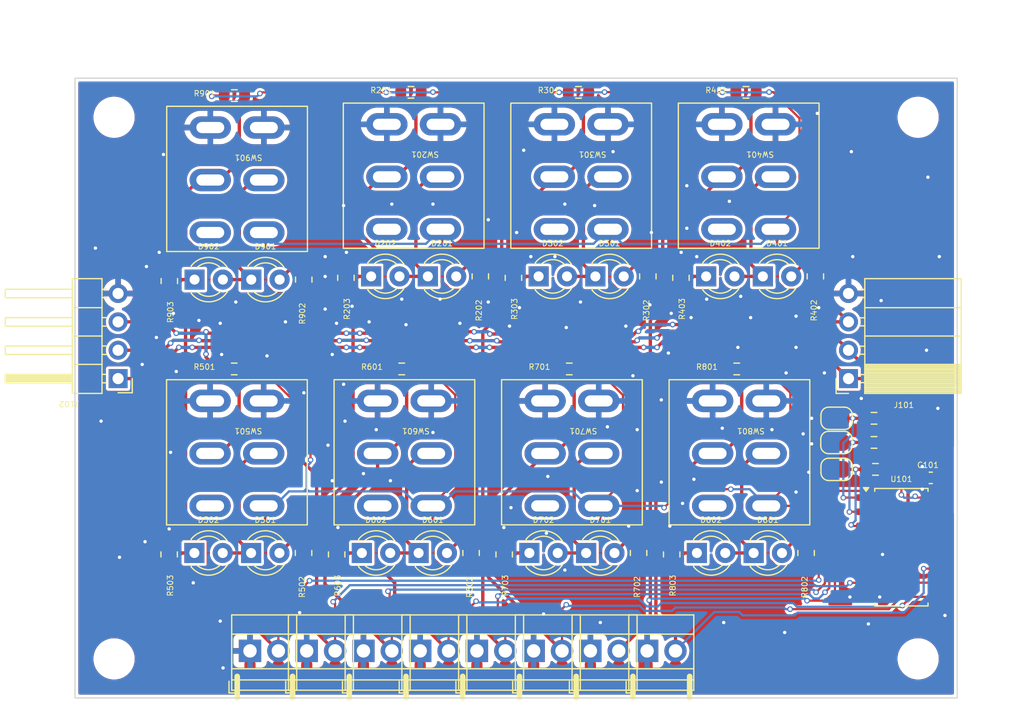
<source format=kicad_pcb>
(kicad_pcb (version 20240108) (generator "pcbnew") (generator_version "8.0")
  (layers (0 "F.Cu" signal) (31 "B.Cu" signal) (34 "B.Paste" user) (35 "F.Paste" user) (36 "B.SilkS" user "B.Silkscreen") (37 "F.SilkS" user "F.Silkscreen") (38 "B.Mask" user) (39 "F.Mask" user) (44 "Edge.Cuts" user))
  (net 0 "")
  (net 1 "+5V")
  (net 2 "GND")
  (net 3 "Net-(D201-A)")
  (net 4 "Net-(D201-K)")
  (net 5 "Net-(D202-K)")
  (net 6 "Net-(D301-A)")
  (net 7 "Net-(D301-K)")
  (net 8 "Net-(D302-K)")
  (net 9 "Net-(D401-A)")
  (net 10 "Net-(D401-K)")
  (net 11 "Net-(D402-K)")
  (net 12 "Net-(D501-A)")
  (net 13 "Net-(D501-K)")
  (net 14 "Net-(D502-K)")
  (net 15 "Net-(D601-A)")
  (net 16 "Net-(D601-K)")
  (net 17 "Net-(D602-K)")
  (net 18 "Net-(D701-A)")
  (net 19 "Net-(D701-K)")
  (net 20 "Net-(D702-K)")
  (net 21 "Net-(D801-K)")
  (net 22 "Net-(D801-A)")
  (net 23 "Net-(D802-K)")
  (net 24 "Net-(D901-K)")
  (net 25 "Net-(D901-A)")
  (net 26 "Net-(D902-K)")
  (net 27 "/SDA")
  (net 28 "/SCL")
  (net 29 "Net-(JP101-B)")
  (net 30 "Net-(JP102-B)")
  (net 31 "Net-(JP103-B)")
  (net 40 "/P0")
  (net 41 "/P1")
  (net 42 "/P2")
  (net 43 "/P3")
  (net 44 "/P4")
  (net 45 "/P5")
  (net 46 "/P6")
  (net 47 "/P7")
  (footprint "Connector_Wire:SolderWirePad_1x01_SMD_1x2mm" (layer "F.Cu") (at 129.032 123.19 180)
    (property "Reference" "J302" (hide yes))
    (property "Value" "Conn_01x01")
  )
  (footprint "Connector_Wire:SolderWirePad_1x01_SMD_1x2mm" (layer "F.Cu") (at 108.712 123.19 180)
    (property "Reference" "J902" (hide yes))
    (property "Value" "Conn_01x01")
  )
  (footprint "Connector_Wire:SolderWirePad_1x01_SMD_1x2mm" (layer "F.Cu") (at 118.872 123.19 180)
    (property "Reference" "J202" (hide yes))
    (property "Value" "Conn_01x01")
  )
  (footprint "custom_kicad_lib_sk:MTS_DPDT" (layer "F.Cu") (at 151.428 74.832 90)
    (property "Reference" "SW401")
    (property "Value" "SW_DPDT_x2")
  )
  (footprint "Jumper:SolderJumper-2_P1.3mm_Bridged_RoundedPad1.0x1.5mm" (layer "F.Cu") (at 158.698 100.457)
    (property "Reference" "JP103" (hide yes))
    (property "Value" "SolderJumper_2_Bridged")
  )
  (footprint "LED_THT:LED_D3.0mm" (layer "F.Cu") (at 137.098 87.751)
    (property "Reference" "D301")
    (property "Value" "LED")
  )
  (footprint "LED_THT:LED_D3.0mm" (layer "F.Cu") (at 131.19 112.517)
    (property "Reference" "D702")
    (property "Value" "LED")
  )
  (footprint "Connector_PinHeader_2.54mm:PinHeader_1x04_P2.54mm_Horizontal" (layer "F.Cu") (at 94.361 96.901 180)
    (property "Reference" "J102")
    (property "Value" "OUT")
  )
  (footprint "custom_kicad_lib_sk:R_0603_smalltext" (layer "F.Cu") (at 104.759 96.037)
    (property "Reference" "R501")
    (property "Value" "10k")
  )
  (footprint "custom_kicad_lib_sk:R_0805_handsolder-smalltext" (layer "F.Cu") (at 156.797 87.749 90)
    (property "Reference" "R402")
    (property "Value" "3k3")
  )
  (footprint "custom_kicad_lib_sk:R_0603_smalltext" (layer "F.Cu") (at 162.052 102.616 180)
    (property "Reference" "R102" (hide yes))
    (property "Value" "10k")
  )
  (footprint "custom_kicad_lib_sk:R_0603_smalltext" (layer "F.Cu") (at 135.587 71.269)
    (property "Reference" "R301")
    (property "Value" "10k")
  )
  (footprint "LED_THT:LED_D3.0mm" (layer "F.Cu") (at 152.098 87.751)
    (property "Reference" "D401")
    (property "Value" "LED")
  )
  (footprint "LED_THT:LED_D3.0mm" (layer "F.Cu") (at 121.27 112.519)
    (property "Reference" "D601")
    (property "Value" "LED")
  )
  (footprint "TerminalBlock:TerminalBlock_Xinya_XY308-2.54-2P_1x02_P2.54mm_Horizontal" (layer "F.Cu") (at 106.172 121.285)
    (property "Reference" "J901" (hide yes))
    (property "Value" "Screw_Terminal_01x02")
  )
  (footprint "TerminalBlock:TerminalBlock_Xinya_XY308-2.54-2P_1x02_P2.54mm_Horizontal" (layer "F.Cu") (at 121.412 121.285)
    (property "Reference" "J601" (hide yes))
    (property "Value" "Screw_Terminal_01x02")
  )
  (footprint "custom_kicad_lib_sk:R_0805_handsolder-smalltext" (layer "F.Cu") (at 126.797 87.749 90)
    (property "Reference" "R202")
    (property "Value" "3k3")
  )
  (footprint "custom_kicad_lib_sk:R_0603_smalltext" (layer "F.Cu") (at 149.759 96.037)
    (property "Reference" "R801")
    (property "Value" "10k")
  )
  (footprint "TerminalBlock:TerminalBlock_Xinya_XY308-2.54-2P_1x02_P2.54mm_Horizontal" (layer "F.Cu") (at 116.332 121.285)
    (property "Reference" "J201" (hide yes))
    (property "Value" "Screw_Terminal_01x02")
  )
  (footprint "MountingHole:MountingHole_3.2mm_M3" (layer "F.Cu") (at 166 122)
    (property "Reference" "REF**" (hide yes))
    (property "Value" "MountingHole_3.2mm_M3")
  )
  (footprint "custom_kicad_lib_sk:R_0603_smalltext" (layer "F.Cu") (at 162.179 105.029 180)
    (property "Reference" "R101" (hide yes))
    (property "Value" "10k")
  )
  (footprint "custom_kicad_lib_sk:R_0603_smalltext" (layer "F.Cu") (at 104.775 71.557)
    (property "Reference" "R901")
    (property "Value" "10k")
  )
  (footprint "Connector_Wire:SolderWirePad_1x01_SMD_1x2mm" (layer "F.Cu") (at 136.652 123.19 180)
    (property "Reference" "J403" (hide yes))
    (property "Value" "Conn_01x01")
  )
  (footprint "custom_kicad_lib_sk:R_0805_handsolder-smalltext" (layer "F.Cu") (at 114.761 87.878 90)
    (property "Reference" "R203")
    (property "Value" "3k3")
  )
  (footprint "Connector_Wire:SolderWirePad_1x01_SMD_1x2mm" (layer "F.Cu") (at 106.172 123.19 180)
    (property "Reference" "J903" (hide yes))
    (property "Value" "Conn_01x01")
  )
  (footprint "TerminalBlock:TerminalBlock_Xinya_XY308-2.54-2P_1x02_P2.54mm_Horizontal" (layer "F.Cu") (at 136.652 121.285)
    (property "Reference" "J401" (hide yes))
    (property "Value" "Screw_Terminal_01x02")
  )
  (footprint "LED_THT:LED_D3.0mm" (layer "F.Cu") (at 122.098 87.751)
    (property "Reference" "D201")
    (property "Value" "LED")
  )
  (footprint "LED_THT:LED_D3.0mm" (layer "F.Cu") (at 106.27 112.519)
    (property "Reference" "D501")
    (property "Value" "LED")
  )
  (footprint "LED_THT:LED_D3.0mm" (layer "F.Cu") (at 147.018 87.749)
    (property "Reference" "D402")
    (property "Value" "LED")
  )
  (footprint "custom_kicad_lib_sk:R_0805_handsolder-smalltext" (layer "F.Cu") (at 144.761 87.878 90)
    (property "Reference" "R403")
    (property "Value" "3k3")
  )
  (footprint "custom_kicad_lib_sk:MTS_DPDT" (layer "F.Cu") (at 121.428 74.832 90)
    (property "Reference" "SW201")
    (property "Value" "SW_DPDT_x2")
  )
  (footprint "Jumper:SolderJumper-2_P1.3mm_Bridged_RoundedPad1.0x1.5mm" (layer "F.Cu") (at 158.683 102.622)
    (property "Reference" "JP102" (hide yes))
    (property "Value" "SolderJumper_2_Bridged")
  )
  (footprint "LED_THT:LED_D3.0mm" (layer "F.Cu") (at 146.19 112.517)
    (property "Reference" "D802")
    (property "Value" "LED")
  )
  (footprint "custom_kicad_lib_sk:MTS_DPDT" (layer "F.Cu") (at 136.428 74.832 90)
    (property "Reference" "SW301")
    (property "Value" "SW_DPDT_x2")
  )
  (footprint "custom_kicad_lib_sk:R_0603_smalltext" (layer "F.Cu") (at 120.587 71.269)
    (property "Reference" "R201")
    (property "Value" "10k")
  )
  (footprint "MountingHole:MountingHole_3.2mm_M3" (layer "F.Cu") (at 94 122)
    (property "Reference" "REF**" (hide yes))
    (property "Value" "MountingHole_3.2mm_M3")
  )
  (footprint "Connector_PinSocket_2.54mm:PinSocket_1x04_P2.54mm_Horizontal" (layer "F.Cu") (at 159.766 96.901 180)
    (property "Reference" "J101")
    (property "Value" "IN")
  )
  (footprint "custom_kicad_lib_sk:R_0603_smalltext" (layer "F.Cu") (at 119.759 96.037)
    (property "Reference" "R601")
    (property "Value" "10k")
  )
  (footprint "custom_kicad_lib_sk:R_0603_smalltext" (layer "F.Cu") (at 150.587 71.269)
    (property "Reference" "R401")
    (property "Value" "10k")
  )
  (footprint "Connector_Wire:SolderWirePad_1x01_SMD_1x2mm" (layer "F.Cu") (at 139.192 123.19 180)
    (property "Reference" "J402" (hide yes))
    (property "Value" "Conn_01x01")
  )
  (footprint "custom_kicad_lib_sk:MTS_DPDT" (layer "F.Cu") (at 150.6 99.6 90)
    (property "Reference" "SW801")
    (property "Value" "SW_DPDT_x2")
  )
  (footprint "Connector_Wire:SolderWirePad_1x01_SMD_1x2mm" (layer "F.Cu") (at 126.492 123.19 180)
    (property "Reference" "J303" (hide yes))
    (property "Value" "Conn_01x01")
  )
  (footprint "Package_SO:SOP-16_4.55x10.3mm_P1.27mm" (layer "F.Cu") (at 164.5 112)
    (property "Reference" "U101")
    (property "Value" "PCF8574A")
  )
  (footprint "Connector_Wire:SolderWirePad_1x01_SMD_1x2mm" (layer "F.Cu") (at 116.332 123.19 180)
    (property "Reference" "J203" (hide yes))
    (property "Value" "Conn_01x01")
  )
  (footprint "custom_kicad_lib_sk:R_0805_handsolder-smalltext" (layer "F.Cu") (at 110.969 112.517 90)
    (property "Reference" "R502")
    (property "Value" "3k3")
  )
  (footprint "Jumper:SolderJumper-2_P1.3mm_Bridged_RoundedPad1.0x1.5mm" (layer "F.Cu") (at 158.698 105.029)
    (property "Reference" "JP101" (hide yes))
    (property "Value" "SolderJumper_2_Bridged")
  )
  (footprint "MountingHole:MountingHole_3.2mm_M3" (layer "F.Cu") (at 166 73.5)
    (property "Reference" "REF**" (hide yes))
    (property "Value" "MountingHole_3.2mm_M3")
  )
  (footprint "custom_kicad_lib_sk:MTS_DPDT" (layer "F.Cu") (at 135.6 99.6 90)
    (property "Reference" "SW701")
    (property "Value" "SW_DPDT_x2")
  )
  (footprint "custom_kicad_lib_sk:R_0805_handsolder-smalltext" (layer "F.Cu") (at 155.969 112.517 90)
    (property "Reference" "R802")
    (property "Value" "3k3")
  )
  (footprint "TerminalBlock:TerminalBlock_Xinya_XY308-2.54-2P_1x02_P2.54mm_Horizontal" (layer "F.Cu") (at 141.732 121.285)
    (property "Reference" "J801" (hide yes))
    (property "Value" "Screw_Terminal_01x02")
  )
  (footprint "Connector_Wire:SolderWirePad_1x01_SMD_1x2mm" (layer "F.Cu") (at 123.952 123.19 180)
    (property "Reference" "J602" (hide yes))
    (property "Value" "Conn_01x01")
  )
  (footprint "custom_kicad_lib_sk:R_0603_smalltext" (layer "F.Cu") (at 134.759 96.037)
    (property "Reference" "R701")
    (property "Value" "10k")
  )
  (footprint "MountingHole:MountingHole_3.2mm_M3" (layer "F.Cu") (at 94 73.5)
    (property "Reference" "REF**" (hide yes))
    (property "Value" "MountingHole_3.2mm_M3")
  )
  (footprint "custom_kicad_lib_sk:R_0805_handsolder-smalltext" (layer "F.Cu") (at 125.969 112.517 90)
    (property "Reference" "R602")
    (property "Value" "3k3")
  )
  (footprint "custom_kicad_lib_sk:R_0603_smalltext" (layer "F.Cu") (at 162.052 100.457 180)
    (property "Reference" "R103" (hide yes))
    (property "Value" "10k")
  )
  (footprint "Connector_Wire:SolderWirePad_1x01_SMD_1x2mm" (layer "F.Cu") (at 111.252 123.19 180)
    (property "Reference" "J503" (hide yes))
    (property "Value" "Conn_01x01")
  )
  (footprint "custom_kicad_lib_sk:MTS_DPDT" (layer "F.Cu") (at 105.616 75.12 90)
    (property "Reference" "SW901")
    (property "Value" "SW_DPDT_x2")
  )
  (footprint "custom_kicad_lib_sk:R_0805_handsolder-smalltext" (layer "F.Cu") (at 129.761 87.878 90)
    (property "Reference" "R303")
    (property "Value" "3k3")
  )
  (footprint "custom_kicad_lib_sk:R_0805_handsolder-smalltext" (layer "F.Cu") (at 110.985 88.037 90)
    (property "Reference" "R902")
    (property "Value" "3k3")
  )
  (footprint "Connector_Wire:SolderWirePad_1x01_SMD_1x2mm" (layer "F.Cu") (at 113.792 123.19 180)
    (property "Reference" "J502" (hide yes))
    (property "Value" "Conn_01x01")
  )
  (footprint "custom_kicad_lib_sk:R_0805_handsolder-smalltext" (layer "F.Cu") (at 98.933 112.646 90)
    (property "Reference" "R503")
    (property "Value" "3k3")
  )
  (footprint "LED_THT:LED_D3.0mm" (layer "F.Cu") (at 136.27 112.519)
    (property "Reference" "D701")
    (property "Value" "LED")
  )
  (footprint "LED_THT:LED_D3.0mm" (layer "F.Cu") (at 117.018 87.749)
    (property "Reference" "D202")
    (property "Value" "LED")
  )
  (footprint "LED_THT:LED_D3.0mm" (layer "F.Cu") (at 101.206 88.037)
    (property "Reference" "D902")
    (property "Value" "LED")
  )
  (footprint "custom_kicad_lib_sk:R_0805_handsolder-smalltext" (layer "F.Cu") (at 143.933 112.646 90)
    (property "Reference" "R803")
    (property "Value" "3k3")
  )
  (footprint "custom_kicad_lib_sk:R_0805_handsolder-smalltext" (layer "F.Cu") (at 113.933 112.646 90)
    (property "Reference" "R603")
    (property "Value" "3k3")
  )
  (footprint "TerminalBlock:TerminalBlock_Xinya_XY308-2.54-2P_1x02_P2.54mm_Horizontal" (layer "F.Cu") (at 111.252 121.285)
    (property "Reference" "J501" (hide yes))
    (property "Value" "Screw_Terminal_01x02")
  )
  (footprint "Connector_Wire:SolderWirePad_1x01_SMD_1x2mm" (layer "F.Cu") (at 144.272 123.19 180)
    (property "Reference" "J802" (hide yes))
    (property "Value" "Conn_01x01")
  )
  (footprint "custom_kicad_lib_sk:R_0805_handsolder-smalltext" (layer "F.Cu") (at 141.797 87.749 90)
    (property "Reference" "R302")
    (property "Value" "3k3")
  )
  (footprint "Capacitor_SMD:C_0603_1608Metric" (layer "F.Cu") (at 167.132 105.791 180)
    (property "Reference" "C101")
    (property "Value" "100nF")
  )
  (footprint "Connector_Wire:SolderWirePad_1x01_SMD_1x2mm" (layer "F.Cu") (at 141.732 123.19 180)
    (property "Reference" "J803" (hide yes))
    (property "Value" "Conn_01x01")
  )
  (footprint "TerminalBlock:TerminalBlock_Xinya_XY308-2.54-2P_1x02_P2.54mm_Horizontal" (layer "F.Cu") (at 126.492 121.285)
    (property "Reference" "J301" (hide yes))
    (property "Value" "Screw_Terminal_01x02")
  )
  (footprint "Connector_Wire:SolderWirePad_1x01_SMD_1x2mm" (layer "F.Cu") (at 131.572 123.19 180)
    (property "Reference" "J703" (hide yes))
    (property "Value" "Conn_01x01")
  )
  (footprint "custom_kicad_lib_sk:R_0805_handsolder-smalltext" (layer "F.Cu") (at 98.949 88.166 90)
    (property "Reference" "R903")
    (property "Value" "3k3")
  )
  (footprint "custom_kicad_lib_sk:MTS_DPDT" (layer "F.Cu") (at 120.6 99.6 90)
    (property "Reference" "SW601")
    (property "Value" "SW_DPDT_x2")
  )
  (footprint "custom_kicad_lib_sk:MTS_DPDT" (layer "F.Cu") (at 105.6 99.6 90)
    (property "Reference" "SW501")
    (property "Value" "SW_DPDT_x2")
  )
  (footprint "Connector_Wire:SolderWirePad_1x01_SMD_1x2mm" (layer "F.Cu") (at 134.112 123.19 180)
    (property "Reference" "J702" (hide yes))
    (property "Value" "Conn_01x01")
  )
  (footprint "custom_kicad_lib_sk:R_0805_handsolder-smalltext" (layer "F.Cu") (at 128.933 112.646 90)
    (property "Reference" "R703")
    (property "Value" "3k3")
  )
  (footprint "LED_THT:LED_D3.0mm" (layer "F.Cu") (at 116.19 112.517)
    (property "Reference" "D602")
    (property "Value" "LED")
  )
  (footprint "custom_kicad_lib_sk:R_0805_handsolder-smalltext" (layer "F.Cu") (at 140.969 112.517 90)
    (property "Reference" "R702")
    (property "Value" "3k3")
  )
  (footprint "LED_THT:LED_D3.0mm" (layer "F.Cu") (at 106.286 88.039)
    (property "Reference" "D901")
    (property "Value" "LED")
  )
  (footprint "LED_THT:LED_D3.0mm" (layer "F.Cu") (at 132.018 87.749)
    (property "Reference" "D302")
    (property "Value" "LED")
  )
  (footprint "LED_THT:LED_D3.0mm" (layer "F.Cu") (at 151.27 112.519)
    (property "Reference" "D801")
    (property "Value" "LED")
  )
  (footprint "TerminalBlock:TerminalBlock_Xinya_XY308-2.54-2P_1x02_P2.54mm_Horizontal" (layer "F.Cu") (at 131.572 121.285)
    (property "Reference" "J701" (hide yes))
    (property "Value" "Screw_Terminal_01x02")
  )
  (footprint "Connector_Wire:SolderWirePad_1x01_SMD_1x2mm" (layer "F.Cu") (at 121.412 123.19 180)
    (property "Reference" "J603" (hide yes))
    (property "Value" "Conn_01x01")
  )
  (footprint "LED_THT:LED_D3.0mm" (layer "F.Cu") (at 101.19 112.517)
    (property "Reference" "D502")
    (property "Value" "LED")
  )
  (gr_line (start 140.462 123.571) (end 140.462 125.476) (stroke (width 0.5)) (layer "F.SilkS"))
  (gr_line (start 135.382 123.571) (end 135.382 125.476) (stroke (width 0.5)) (layer "F.SilkS"))
  (gr_line (start 109.982 123.571) (end 109.982 125.476) (stroke (width 0.5)) (layer "F.SilkS"))
  (gr_line (start 115.062 123.571) (end 115.062 125.476) (stroke (width 0.5)) (layer "F.SilkS"))
  (gr_line (start 125.222 123.571) (end 125.222 125.476) (stroke (width 0.5)) (layer "F.SilkS"))
  (gr_line (start 130.302 123.571) (end 130.302 125.476) (stroke (width 0.5)) (layer "F.SilkS"))
  (gr_line (start 105.029 123.571) (end 105.029 125.476) (stroke (width 0.5)) (layer "F.SilkS"))
  (gr_line (start 120.142 123.571) (end 120.142 125.476) (stroke (width 0.5)) (layer "F.SilkS"))
  (gr_line (start 145.542 123.571) (end 145.542 125.476) (stroke (width 0.5)) (layer "F.SilkS"))
  (gr_rect (start 90.5 70) (end 169.5 125.5) (stroke (width 0.1)) (fill none) (layer "Edge.Cuts"))
  (segment (start 140.800348 92.666123) (end 140.96102 92.666123) (width 0.3) (layer "F.Cu") (net 1))
  (segment (start 161.1655 106.955) (end 158.208 106.955) (width 0.2) (layer "F.Cu") (net 1))
  (segment (start 122.577 71.269) (end 133.858 71.269) (width 0.2) (layer "F.Cu") (net 1))
  (segment (start 102.362 92.837) (end 114.8 92.837) (width 0.3) (layer "F.Cu") (net 1))
  (segment (start 158.208 106.955) (end 157.861 107.302) (width 0.2) (layer "F.Cu") (net 1))
  (segment (start 125.717 113.769) (end 123.292233 113.769) (width 0.3) (layer "F.Cu") (net 1))
  (segment (start 107.576 83.98) (end 107.416 83.82) (width 0.3) (layer "F.Cu") (net 1))
  (segment (start 107.166 71.269) (end 118.364 71.269) (width 0.2) (layer "F.Cu") (net 1))
  (segment (start 106.450478 95.262) (end 111.590359 100.401881) (width 0.2) (layer "F.Cu") (net 1))
  (segment (start 124.55 98.361522) (end 124.55 106.15) (width 0.2) (layer "F.Cu") (net 1))
  (segment (start 103.8625 71.557) (end 102.814 71.557) (width 0.2) (layer "F.Cu") (net 1))
  (segment (start 156.797 88.852) (end 159.766 91.821) (width 0.3) (layer "F.Cu") (net 1))
  (segment (start 110.985 89.037) (end 110.733 89.289) (width 0.3) (layer "F.Cu") (net 1))
  (segment (start 155.969 113.517) (end 155.717 113.769) (width 0.3) (layer "F.Cu") (net 1))
  (segment (start 124.714 92.71) (end 126.238 92.71) (width 0.3) (layer "F.Cu") (net 1))
  (segment (start 144.907 106.807) (end 143.256 108.458) (width 0.2) (layer "F.Cu") (net 1))
  (segment (start 138.452 71.269) (end 148.463 71.269) (width 0.2) (layer "F.Cu") (net 1))
  (segment (start 156.797 88.749) (end 156.797 88.852) (width 0.3) (layer "F.Cu") (net 1))
  (segment (start 107.56 113.036767) (end 107.56 108.46) (width 0.3) (layer "F.Cu") (net 1))
  (segment (start 138.388 88.268767) (end 138.388 83.692) (width 0.3) (layer "F.Cu") (net 1))
  (segment (start 157.861 107.315) (end 156.876 108.3) (width 0.2) (layer "F.Cu") (net 1))
  (segment (start 102.814 71.557) (end 102.743 71.628) (width 0.2) (layer "F.Cu") (net 1))
  (segment (start 134.6745 71.269) (end 133.858 71.269) (width 0.2) (layer "F.Cu") (net 1))
  (segment (start 119.6215 95.262) (end 121.450478 95.262) (width 0.2) (layer "F.Cu") (net 1))
  (segment (start 123.292233 113.769) (end 122.56 113.036767) (width 0.3) (layer "F.Cu") (net 1))
  (segment (start 98.552 91.821) (end 99.568 92.837) (width 0.3) (layer "F.Cu") (net 1))
  (segment (start 155.717 113.769) (end 153.292233 113.769) (width 0.3) (layer "F.Cu") (net 1))
  (segment (start 136.450478 95.262) (end 139.573 98.384522) (width 0.2) (layer "F.Cu") (net 1))
  (segment (start 107.061 71.374) (end 107.166 71.269) (width 0.2) (layer "F.Cu") (net 1))
  (segment (start 163.0915 105.029) (end 161.1655 106.955) (width 0.2) (layer "F.Cu") (net 1))
  (segment (start 124.417 93.007) (end 124.714 92.71) (width 0.3) (layer "F.Cu") (net 1))
  (segment (start 133.8465 96.037) (end 134.6215 95.262) (width 0.2) (layer "F.Cu") (net 1))
  (segment (start 153.388 88.268767) (end 153.388 83.692) (width 0.3) (layer "F.Cu") (net 1))
  (segment (start 140.969 113.517) (end 140.717 113.769) (width 0.3) (layer "F.Cu") (net 1))
  (segment (start 157.947 91.821) (end 157.607 92.161) (width 0.3) (layer "F.Cu") (net 1))
  (segment (start 116 92.837) (end 116.799529 92.837) (width 0.3) (layer "F.Cu") (net 1))
  (segment (start 134.6215 95.262) (end 136.450478 95.262) (width 0.2) (layer "F.Cu") (net 1))
  (segment (start 137.56 113.036767) (end 137.56 108.46) (width 0.3) (layer "F.Cu") (net 1))
  (segment (start 156.797 88.749) (end 156.545 89.001) (width 0.3) (layer "F.Cu") (net 1))
  (segment (start 137.922 71.247) (end 138.43 71.247) (width 0.2) (layer "F.Cu") (net 1))
  (segment (start 108.308233 89.289) (end 107.576 88.556767) (width 0.3) (layer "F.Cu") (net 1))
  (segment (start 139.120233 89.001) (end 138.388 88.268767) (width 0.3) (layer "F.Cu") (net 1))
  (segment (start 167.907 107.398) (end 167.75 107.555) (width 0.3) (layer "F.Cu") (net 1))
  (segment (start 122.56 108.46) (end 122.4 108.3) (width 0.3) (layer "F.Cu") (net 1))
  (segment (start 154.559 106.141) (end 152.4 108.3) (width 0.2) (layer "F.Cu") (net 1))
  (segment (start 128.718529 93.107) (end 140.359471 93.107) (width 0.3) (layer "F.Cu") (net 1))
  (segment (start 122.56 113.036767) (end 122.56 108.46) (width 0.3) (layer "F.Cu") (net 1))
  (segment (start 165.848 107.555) (end 167.75 107.555) (width 0.2) (layer "F.Cu") (net 1))
  (segment (start 139.573 106.127) (end 137.4 108.3) (width 0.2) (layer "F.Cu") (net 1))
  (segment (start 128.518529 92.907) (end 128.718529 93.107) (width 0.3) (layer "F.Cu") (net 1))
  (segment (start 121.450478 95.262) (end 124.55 98.361522) (width 0.2) (layer "F.Cu") (net 1))
  (segment (start 111.590359 100.401881) (end 111.590359 104.182641) (width 0.2) (layer "F.Cu") (net 1))
  (segment (start 123.388 83.692) (end 123.228 83.532) (width 0.3) (layer "F.Cu") (net 1))
  (segment (start 149.225 106.807) (end 144.907 106.807) (width 0.2) (layer "F.Cu") (net 1))
  (segment (start 144.018 92.061) (end 144.921 92.061) (width 0.3) (layer "F.Cu") (net 1))
  (segment (start 127.651527 92.907) (end 128.518529 92.907) (width 0.3) (layer "F.Cu") (net 1))
  (segment (start 163.0915 105.029) (end 163.0915 100.584) (width 0.3) (layer "F.Cu") (net 1))
  (segment (start 104.6215 95.262) (end 106.450478 95.262) (width 0.2) (layer "F.Cu") (net 1))
  (segment (start 94.361 91.821) (end 98.552 91.821) (width 0.3) (layer "F.Cu") (net 1))
  (segment (start 126.797 88.749) (end 126.545 89.001) (width 0.3) (layer "F.Cu") (net 1))
  (segment (start 138.43 71.247) (end 138.452 71.269) (width 0.2) (layer "F.Cu") (net 1))
  (segment (start 164.5 107.315) (end 164.5 106.4375) (width 0.2) (layer "F.Cu") (net 1))
  (segment (start 110.733 89.289) (end 108.308233 89.289) (width 0.3) (layer "F.Cu") (net 1))
  (segment (start 137.56 108.46) (end 137.4 108.3) (width 0.3) (layer "F.Cu") (net 1))
  (segment (start 167.907 105.791) (end 167.907 107.398) (width 0.3) (layer "F.Cu") (net 1))
  (segment (start 141.797 88.749) (end 141.545 89.001) (width 0.3) (layer "F.Cu") (net 1))
  (segment (start 153.292233 113.769) (end 152.56 113.036767) (width 0.3) (layer "F.Cu") (net 1))
  (segment (start 124.120233 89.001) (end 123.388 88.268767) (width 0.3) (layer "F.Cu") (net 1))
  (segment (start 103.276 96.037) (end 103.8465 96.037) (width 0.3) (layer "F.Cu") (net 1))
  (segment (start 108.292233 113.769) (end 107.56 113.036767) (width 0.3) (layer "F.Cu") (net 1))
  (segment (start 154.559 98.171) (end 154.559 106.141) (width 0.2) (layer "F.Cu") (net 1))
  (segment (start 118.364 71.269) (end 119.6745 71.269) (width 0.2) (layer "F.Cu") (net 1))
  (segment (start 164.5 106.4375) (end 163.0915 105.029) (width 0.2) (layer "F.Cu") (net 1))
  (segment (start 153.031478 71.247) (end 155.378 73.593522) (width 0.2) (layer "F.Cu") (net 1))
  (segment (start 148.8465 96.037) (end 149.6215 95.262) (width 0.2) (layer "F.Cu") (net 1))
  (segment (start 154.120233 89.001) (end 153.388 88.268767) (width 0.3) (layer "F.Cu") (net 1))
  (segment (start 151.65 95.262) (end 154.559 98.171) (width 0.2) (layer "F.Cu") (net 1))
  (segment (start 149.6745 71.269) (end 148.463 71.269) (width 0.2) (layer "F.Cu") (net 1))
  (segment (start 153.388 83.692) (end 153.228 83.532) (width 0.3) (layer "F.Cu") (net 1))
  (segment (start 163.0915 100.584) (end 162.9645 100.457) (width 0.3) (layer "F.Cu") (net 1))
  (segment (start 141.545 89.001) (end 139.120233 89.001) (width 0.3) (layer "F.Cu") (net 1))
  (segment (start 149.6215 95.262) (end 151.65 95.262) (width 0.2) (layer "F.Cu") (net 1))
  (segment (start 116.799529 92.837) (end 116.969529 93.007) (width 0.3) (layer "F.Cu") (net 1))
  (segment (start 116.969529 93.007) (end 124.417 93.007) (width 0.3) (layer "F.Cu") (net 1))
  (segment (start 118.8465 96.037) (end 119.6215 95.262) (width 0.2) (layer "F.Cu") (net 1))
  (segment (start 144.921 92.061) (end 145.021 92.161) (width 0.3) (layer "F.Cu") (net 1))
  (segment (start 155.378 81.382) (end 153.228 83.532) (width 0.2) (layer "F.Cu") (net 1))
  (segment (start 107.56 108.46) (end 107.4 108.3) (width 0.3) (layer "F.Cu") (net 1))
  (segment (start 124.55 106.15) (end 122.4 108.3) (width 0.2) (layer "F.Cu") (net 1))
  (segment (start 156.876 108.3) (end 152.4 108.3) (width 0.2) (layer "F.Cu") (net 1))
  (segment (start 155.378 73.593522) (end 155.378 81.382) (width 0.2) (layer "F.Cu") (net 1))
  (segment (start 138.292233 113.769) (end 137.56 113.036767) (width 0.3) (layer "F.Cu") (net 1))
  (segment (start 139.573 98.384522) (end 139.573 106.127) (width 0.2) (layer "F.Cu") (net 1))
  (segment (start 140.359471 93.107) (end 140.800348 92.666123) (width 0.3) (layer "F.Cu") (net 1))
  (segment (start 145.021 92.161) (end 157.607 92.161) (width 0.3) (layer "F.Cu") (net 1))
  (segment (start 152.56 113.036767) (end 152.56 108.46) (width 0.3) (layer "F.Cu") (net 1))
  (segment (start 102.235 92.71) (end 102.362 92.837) (width 0.3) (layer "F.Cu") (net 1))
  (segment (start 110.969 113.517) (end 110.717 113.769) (width 0.3) (layer "F.Cu") (net 1))
  (segment (start 165.735 107.442) (end 165.848 107.555) (width 0.2) (layer "F.Cu") (net 1))
  (segment (start 152.56 108.46) (end 152.4 108.3) (width 0.3) (layer "F.Cu") (net 1))
  (segment (start 159.766 91.821) (end 157.947 91.821) (width 0.3) (layer "F.Cu") (net 1))
  (segment (start 157.861 107.302) (end 157.861 107.315) (width 0.2) (layer "F.Cu") (net 1))
  (segment (start 107.576 88.556767) (end 107.576 83.98) (width 0.3) (layer "F.Cu") (net 1))
  (segment (start 125.969 113.517) (end 125.717 113.769) (width 0.3) (layer "F.Cu") (net 1))
  (segment (start 152.654 71.247) (end 153.031478 71.247) (width 0.2) (layer "F.Cu") (net 1))
  (segment (start 122.555 71.247) (end 122.577 71.269) (width 0.2) (layer "F.Cu") (net 1))
  (segment (start 103.8465 96.037) (end 104.6215 95.262) (width 0.2) (layer "F.Cu") (net 1))
  (segment (start 110.717 113.769) (end 108.292233 113.769) (width 0.3) (layer "F.Cu") (net 1))
  (segment (start 102.235 94.707) (end 102.235 94.996) (width 0.3) (layer "F.Cu") (net 1))
  (segment (start 140.717 113.769) (end 138.292233 113.769) (width 0.3) (layer "F.Cu") (net 1))
  (segment (start 138.388 83.692) (end 138.228 83.532) (width 0.3) (layer "F.Cu") (net 1))
  (segment (start 126.545 89.001) (end 124.120233 89.001) (width 0.3) (layer "F.Cu") (net 1))
  (segment (start 102.235 94.996) (end 103.276 96.037) (width 0.3) (layer "F.Cu") (net 1))
  (segment (start 156.545 89.001) (end 154.120233 89.001) (width 0.3) (layer "F.Cu") (net 1))
  (segment (start 123.388 88.268767) (end 123.388 83.692) (width 0.3) (layer "F.Cu") (net 1))
  (via (at 107.061 71.374) (size 0.5) (drill 0.3) (layers "F.Cu" "B.Cu") (net 1))
  (via (at 102.743 71.628) (size 0.5) (drill 0.3) (layers "F.Cu" "B.Cu") (net 1))
  (via (at 164.5 107.315) (size 0.5) (drill 0.3) (layers "F.Cu" "B.Cu") (net 1))
  (via (at 102.235 92.71) (size 0.5) (drill 0.3) (layers "F.Cu" "B.Cu") (net 1))
  (via (at 137.922 71.247) (size 0.5) (drill 0.3) (layers "F.Cu" "B.Cu") (net 1))
  (via (at 144.018 92.061) (size 0.5) (drill 0.3) (layers "F.Cu" "B.Cu") (net 1))
  (via (at 114.8 92.837) (size 0.5) (drill 0.3) (layers "F.Cu" "B.Cu") (net 1))
  (via (at 126.238 92.71) (size 0.5) (drill 0.3) (layers "F.Cu" "B.Cu") (net 1))
  (via (at 133.858 71.269) (size 0.5) (drill 0.3) (layers "F.Cu" "B.Cu") (net 1))
  (via (at 127.651527 92.907) (size 0.5) (drill 0.3) (layers "F.Cu" "B.Cu") (net 1))
  (via (at 116 92.837) (size 0.5) (drill 0.3) (layers "F.Cu" "B.Cu") (net 1))
  (via (at 111.590359 104.182641) (size 0.5) (drill 0.3) (layers "F.Cu" "B.Cu") (net 1))
  (via (at 149.225 106.807) (size 0.5) (drill 0.3) (layers "F.Cu" "B.Cu") (net 1))
  (via (at 152.654 71.247) (size 0.5) (drill 0.3) (layers "F.Cu" "B.Cu") (net 1))
  (via (at 143.256 108.458) (size 0.5) (drill 0.3) (layers "F.Cu" "B.Cu") (net 1))
  (via (at 99.568 92.837) (size 0.5) (drill 0.3) (layers "F.Cu" "B.Cu") (net 1))
  (via (at 118.364 71.269) (size 0.5) (drill 0.3) (layers "F.Cu" "B.Cu") (net 1))
  (via (at 140.96102 92.666123) (size 0.5) (drill 0.3) (layers "F.Cu" "B.Cu") (net 1))
  (via (at 165.735 107.442) (size 0.5) (drill 0.3) (layers "F.Cu" "B.Cu") (net 1))
  (via (at 122.555 71.247) (size 0.5) (drill 0.3) (layers "F.Cu" "B.Cu") (net 1))
  (via (at 102.235 94.707) (size 0.5) (drill 0.3) (layers "F.Cu" "B.Cu") (net 1))
  (via (at 148.463 71.269) (size 0.5) (drill 0.3) (layers "F.Cu" "B.Cu") (net 1))
  (segment (start 123.228 83.532) (end 121.928 84.832) (width 0.2) (layer "B.Cu") (net 1))
  (segment (start 136.928 84.832) (end 124.528 84.832) (width 0.2) (layer "B.Cu") (net 1))
  (segment (start 141.566143 92.061) (end 144.018 92.061) (width 0.3) (layer "B.Cu") (net 1))
  (segment (start 108.428 84.832) (end 107.416 83.82) (width 0.2) (layer "B.Cu") (net 1))
  (segment (start 133.858 71.269) (end 137.9 71.269) (width 0.2) (layer "B.Cu") (net 1))
  (segment (start 111.191 106.807) (end 110.998 107) (width 0.2) (layer "B.Cu") (net 1))
  (segment (start 137.9 71.269) (end 137.922 71.247) (width 0.2) (layer "B.Cu") (net 1))
  (segment (start 138.228 83.532) (end 136.928 84.832) (width 0.2) (layer "B.Cu") (net 1))
  (segment (start 150.907 106.807) (end 149.225 106.807) (width 0.2) (layer "B.Cu") (net 1))
  (segment (start 152.632 71.269) (end 152.654 71.247) (width 0.2) (layer "B.Cu") (net 1))
  (segment (start 151.928 84.832) (end 139.528 84.832) (width 0.2) (layer "B.Cu") (net 1))
  (segment (start 111.445 107) (end 111.252 106.807) (width 0.2) (layer "B.Cu") (net 1))
  (segment (start 111.252 106.807) (end 111.252 107) (width 0.2) (layer "B.Cu") (net 1))
  (segment (start 109.662 107) (end 108.204 108.458) (width 0.2) (layer "B.Cu") (net 1))
  (segment (start 148.463 71.269) (end 152.632 71.269) (width 0.2) (layer "B.Cu") (net 1))
  (segment (start 140.96102 92.666123) (end 141.566143 92.061) (width 0.3) (layer "B.Cu") (net 1))
  (segment (start 127.454527 92.71) (end 127.651527 92.907) (width 0.3) (layer "B.Cu") (net 1))
  (segment (start 118.364 71.269) (end 122.533 71.269) (width 0.2) (layer "B.Cu") (net 1))
  (segment (start 110.998 107) (end 109.662 107) (width 0.2) (layer "B.Cu") (net 1))
  (segment (start 99.568 92.837) (end 102.108 92.837) (width 0.3) (layer "B.Cu") (net 1))
  (segment (start 122.533 71.269) (end 122.555 71.247) (width 0.2) (layer "B.Cu") (net 1))
  (segment (start 136.367 108.3) (end 135.067 107) (width 0.2) (layer "B.Cu") (net 1))
  (segment (start 121.254 108.3) (end 119.954 107) (width 0.2) (layer "B.Cu") (net 1))
  (segment (start 122.4 108.3) (end 121.254 108.3) (width 0.2) (layer "B.Cu") (net 1))
  (segment (start 102.108 92.837) (end 102.235 92.71) (width 0.3) (layer "B.Cu") (net 1))
  (segment (start 111.590359 104.182641) (end 111.590359 104.436641) (width 0.2) (layer "B.Cu") (net 1))
  (segment (start 111.590359 104.436641) (end 111.252 104.775) (width 0.2) (layer "B.Cu") (net 1))
  (segment (start 111.252 107) (end 110.998 107) (width 0.2) (layer "B.Cu") (net 1))
  (segment (start 143.098 108.3) (end 137.4 108.3) (width 0.2) (layer "B.Cu") (net 1))
  (segment (start 139.528 84.832) (end 138.228 83.532) (width 0.2) (layer "B.Cu") (net 1))
  (segment (start 111.506 107) (end 111.445 107) (width 0.2) (layer "B.Cu") (net 1))
  (segment (start 152.4 108.3) (end 150.907 106.807) (width 0.2) (layer "B.Cu") (net 1))
  (segment (start 126.238 92.71) (end 127.454527 92.71) (width 0.3) (layer "B.Cu") (net 1))
  (segment (start 124.521 107) (end 123.221 108.3) (width 0.2) (layer "B.Cu") (net 1))
  (segment (start 123.221 108.3) (end 122.4 108.3) (width 0.2) (layer "B.Cu") (net 1))
  (segment (start 102.743 71.628) (end 106.807 71.628) (width 0.2) (layer "B.Cu") (net 1))
  (segment (start 121.928 84.832) (end 108.428 84.832) (width 0.2) (layer "B.Cu") (net 1))
  (segment (start 143.256 108.458) (end 143.098 108.3) (width 0.2) (layer "B.Cu") (net 1))
  (segment (start 137.4 108.3) (end 136.367 108.3) (width 0.2) (layer "B.Cu") (net 1))
  (segment (start 124.528 84.832) (end 123.228 83.532) (width 0.2) (layer "B.Cu") (net 1))
  (segment (start 111.506 107) (end 111.252 107) (width 0.2) (layer "B.Cu") (net 1))
  (segment (start 111.252 104.775) (end 111.252 106.807) (width 0.2) (layer "B.Cu") (net 1))
  (segment (start 114.8 92.837) (end 116 92.837) (width 0.3) (layer "B.Cu") (net 1))
  (segment (start 119.954 107) (end 111.506 107) (width 0.2) (layer "B.Cu") (net 1))
  (segment (start 135.067 107) (end 124.521 107) (width 0.2) (layer "B.Cu") (net 1))
  (segment (start 164.754 107.569) (end 165.608 107.569) (width 0.2) (layer "B.Cu") (net 1))
  (segment (start 102.235 92.71) (end 102.235 94.707) (width 0.3) (layer "B.Cu") (net 1))
  (segment (start 111.252 106.807) (end 111.191 106.807) (width 0.2) (layer "B.Cu") (net 1))
  (segment (start 165.608 107.569) (end 165.735 107.442) (width 0.2) (layer "B.Cu") (net 1))
  (segment (start 106.807 71.628) (end 107.061 71.374) (width 0.2) (layer "B.Cu") (net 1))
  (segment (start 153.228 83.532) (end 151.928 84.832) (width 0.2) (layer "B.Cu") (net 1))
  (segment (start 164.5 107.315) (end 164.754 107.569) (width 0.2) (layer "B.Cu") (net 1))
  (segment (start 136.652 123.19) (end 136.652 121.285) (width 0.3) (layer "F.Cu") (net 2))
  (segment (start 141.105 122.908) (end 141.105 121.003) (width 0.3) (layer "F.Cu") (net 2))
  (segment (start 131.572 123.19) (end 131.572 121.285) (width 0.3) (layer "F.Cu") (net 2))
  (segment (start 106.172 123.19) (end 106.172 121.285) (width 0.3) (layer "F.Cu") (net 2))
  (segment (start 121.412 123.19) (end 121.412 121.285) (width 0.3) (layer "F.Cu") (net 2))
  (segment (start 111.252 123.19) (end 111.252 121.285) (width 0.3) (layer "F.Cu") (net 2))
  (segment (start 116.332 123.19) (end 116.332 121.285) (width 0.3) (layer "F.Cu") (net 2))
  (segment (start 126.492 123.19) (end 126.492 121.285) (width 0.3) (layer "F.Cu") (net 2))
  (via (at 119.761 89.789) (size 0.5) (drill 0.3) (layers "F.Cu" "B.Cu") (net 2))
  (via (at 98.933 110.363) (size 0.5) (drill 0.3) (layers "F.Cu" "B.Cu") (net 2))
  (via (at 155.067 107.061) (size 0.5) (drill 0.3) (layers "F.Cu" "B.Cu") (net 2))
  (via (at 130.048 83.82) (size 0.5) (drill 0.3) (layers "F.Cu" "B.Cu") (net 2))
  (via (at 99.568 96.266) (size 0.5) (drill 0.3) (layers "F.Cu" "B.Cu") (net 2))
  (via (at 120.142 92.075) (size 0.5) (drill 0.3) (layers "F.Cu" "B.Cu") (net 2))
  (via (at 113.538 94.742) (size 0.5) (drill 0.3) (layers "F.Cu" "B.Cu") (net 2))
  (via (at 149.098 81.026) (size 0.5) (drill 0.3) (layers "F.Cu" "B.Cu") (net 2))
  (via (at 114.808 85.598) (size 0.5) (drill 0.3) (layers "F.Cu" "B.Cu") (net 2))
  (via (at 113.157 102.87) (size 0.5) (drill 0.3) (layers "F.Cu" "B.Cu") (net 2))
  (via (at 98.044 85.598) (size 0.5) (drill 0.3) (layers "F.Cu" "B.Cu") (net 2))
  (via (at 118.872 81.28) (size 0.5) (drill 0.3) (layers "F.Cu" "B.Cu") (net 2))
  (via (at 156.464 102.743) (size 0.5) (drill 0.3) (layers "F.Cu" "B.Cu") (net 2))
  (via (at 130.683 76.454) (size 0.5) (drill 0.3) (layers "F.Cu" "B.Cu") (net 2))
  (via (at 103.505 118.618) (size 0.5) (drill 0.3) (layers "F.Cu" "B.Cu") (net 2))
  (via (at 157.607 96.393) (size 0.5) (drill 0.3) (layers "F.Cu" "B.Cu") (net 2))
  (via (at 155.702 101.854) (size 0.5) (drill 0.3) (layers "F.Cu" "B.Cu") (net 2))
  (via (at 116.332 105.41) (size 0.5) (drill 0.3) (layers "F.Cu" "B.Cu") (net 2))
  (via (at 148.59 118.745) (size 0.5) (drill 0.3) (layers "F.Cu" "B.Cu") (net 2))
  (via (at 161.544 118.872) (size 0.5) (drill 0.3) (layers "F.Cu" "B.Cu") (net 2))
  (via (at 97.79 93.218) (size 0.5) (drill 0.3) (layers "F.Cu" "B.Cu") (net 2))
  (via (at 113.919 91.948) (size 0.5) (drill 0.3) (layers "F.Cu" "B.Cu") (net 2))
  (via (at 122.555 101.727) (size 0.5) (drill 0.3) (layers "F.Cu" "B.Cu") (net 2))
  (via (at 145.923 105.918) (size 0.5) (drill 0.3) (layers "F.Cu" "B.Cu") (net 2))
  (via (at 99.06 103.505) (size 0.5) (drill 0.3) (layers "F.Cu" "B.Cu") (net 2))
  (via (at 138.684 76.581) (size 0.5) (drill 0.3) (layers "F.Cu" "B.Cu") (net 2))
  (via (at 160.02 76.581) (size 0.5) (drill 0.3) (layers "F.Cu" "B.Cu") (net 2))
  (via (at 116.84 91.821) (size 0.5) (drill 0.3) (layers "F.Cu" "B.Cu") (net 2))
  (via (at 142.113 83.82) (size 0.5) (drill 0.3) (layers "F.Cu" "B.Cu") (net 2))
  (via (at 92.837 100.711) (size 0.5) (drill 0.3) (layers "F.Cu" "B.Cu") (net 2))
  (via (at 143.891 91.059) (size 0.5) (drill 0.3) (layers "F.Cu" "B.Cu") (net 2))
  (via (at 162.56 116.459) (size 0.5) (drill 0.3) (layers "F.Cu" "B.Cu") (net 2))
  (via (at 110.998 98.171) (size 0.5) (drill 0.3) (layers "F.Cu" "B.Cu") (net 2))
  (via (at 160.147 85.979) (size 0.5) (drill 0.3) (layers "F.Cu" "B.Cu") (net 2))
  (via (at 109.347 91.821) (size 0.5) (drill 0.3) (layers "F.Cu" "B.Cu") (net 2))
  (via (at 103.505 91.948) (size 0.5) (drill 0.3) (layers "F.Cu" "B.Cu") (net 2))
  (via (at 166.751 94.361) (size 0.5) (drill 0.3) (layers "F.Cu" "B.Cu") (net 2))
  (via (at 128.905 110.236) (size 0.5) (drill 0.3) (layers "F.Cu" "B.Cu") (net 2))
  (via (at 96.774 111.506) (size 0.5) (drill 0.3) (layers "F.Cu" "B.Cu") (net 2))
  (via (at 140.843 106.934) (size 0.5) (drill 0.3) (layers "F.Cu" "B.Cu") (net 2))
  (via (at 134.366 81.28) (size 0.5) (drill 0.3) (layers "F.Cu" "B.Cu") (net 2))
  (via (at 104.902 90.043) (size 0.5) (drill 0.3) (layers "F.Cu" "B.Cu") (net 2))
  (via (at 114.554 81.407) (size 0.5) (drill 0.3) (layers "F.Cu" "B.Cu") (net 2))
  (via (at 166.878 78.867) (size 0.5) (drill 0.3) (layers "F.Cu" "B.Cu") (net 2))
  (via (at 132.715 110.744) (size 0.5) (drill 0.3) (layers "F.Cu" "B.Cu") (net 2))
  (via (at 143.002 98.806) (size 0.5) (drill 0.3) (layers "F.Cu" "B.Cu") (net 2))
  (via (at 112.903 85.979) (size 0.5) (drill 0.3) (layers "F.Cu" "B.Cu") (net 2))
  (via (at 168.402 118.11) (size 0.5) (drill 0.3) (layers "F.Cu" "B.Cu") (net 2))
  (via (at 99.314 91.059) (size 0.5) (drill 0.3) (layers "F.Cu" "B.Cu") (net 2))
  (via (at 134.493 92.329) (size 0.5) (drill 0.3) (layers "F.Cu" "B.Cu") (net 2))
  (via (at 160.909 98.679) (size 0.5) (drill 0.3) (layers "F.Cu" "B.Cu") (net 2))
  (via (at 101.092 115.189) (size 0.5) (drill 0.3) (layers "F.Cu" "B.Cu") (net 2))
  (via (at 101.6 91.694) (size 0.5) (drill 0.3) (layers "F.Cu" "B.Cu") (net 2))
  (via (at 143.764 110.109) (size 0.5) (drill 0.3) (layers "F.Cu" "B.Cu") (net 2))
  (via (at 132.842 105.664) (size 0.5) (drill 0.3) (layers "F.Cu" "B.Cu") (net 2))
  (via (at 112.903 90.678) (size 0.5) (drill 0.3) (layers "F.Cu" "B.Cu") (net 2))
  (via (at 112.903 87.757) (size 0.5) (drill 0.3) (layers "F.Cu" "B.Cu") (net 2))
  (via (at 96.901 86.868) (size 0.5) (drill 0.3) (layers "F.Cu" "B.Cu") (net 2))
  (via (at 150.114 89.535) (size 0.5) (drill 0.3) (layers "F.Cu" "B.Cu") (net 2))
  (via (at 137.033 81.407) (size 0.5) (drill 0.3) (layers "F.Cu" "B.Cu") (net 2))
  (via (at 144.78 85.598) (size 0.5) (drill 0.3) (layers "F.Cu" "B.Cu") (net 2))
  (via (at 155.067 94.107) (size 0.5) (drill 0.3) (layers "F.Cu" "B.Cu") (net 2))
  (via (at 94.488 112.903) (size 0.5) (drill 0.3) (layers "F.Cu" "B.Cu") (net 2))
  (via (at 140.843 101.473) (size 0.5) (drill 0.3) (layers "F.Cu" "B.Cu") (net 2))
  (via (at 113.538 106.045) (size 0.5) (drill 0.3) (layers "F.Cu" "B.Cu") (net 2))
  (via (at 127.508 82.677) (size 0.5) (drill 0.3) (layers "F.Cu" "B.Cu") (net 2))
  (via (at 138.176 101.219) (size 0.5) (drill 0.3) (layers "F.Cu" "B.Cu") (net 2))
  (via (at 103.759 122.809) (size 0.5) (drill 0.3) (layers "F.Cu" "B.Cu") (net 2))
  (via (at 139.827 92.202) (size 0.5) (drill 0.3) (layers "F.Cu" "B.Cu") (net 2))
  (via (at 110.617 117.856) (size 0.5) (drill 0.3) (layers "F.Cu" "B.Cu") (net 2))
  (via (at 162.687 89.916) (size 0.5) (drill 0.3) (layers "F.Cu" "B.Cu") (net 2))
  (via (at 156.464 100.457) (size 0.5) (drill 0.3) (layers "F.Cu" "B.Cu") (net 2))
  (via (at 143.637 94.615) (size 0.5) (drill 0.3) (layers "F.Cu" "B.Cu") (net 2))
  (via (at 124.968 91.948) (size 0.5) (drill 0.3) (layers "F.Cu" "B.Cu") (net 2))
  (via (at 114.554 97.409) (size 0.5) (drill 0.3) (layers "F.Cu" "B.Cu") (net 2))
  (via (at 145.669 91.44) (size 0.5) (drill 0.3) (layers "F.Cu" "B.Cu") (net 2))
  (via (at 146.177 85.979) (size 0.5) (drill 0.3) (layers "F.Cu" "B.Cu") (net 2))
  (via (at 98.425 76.835) (size 0.5) (drill 0.3) (layers "F.Cu" "B.Cu") (net 2))
  (via (at 156.21 105.283) (size 0.5) (drill 0.3) (layers "F.Cu" "B.Cu") (net 2))
  (via (at 141.986 90.297) (size 0.5) (drill 0.3) (layers "F.Cu" "B.Cu") (net 2))
  (via (at 154.051 119.634) (size 0.5) (drill 0.3) (layers "F.Cu" "B.Cu") (net 2))
  (via (at 127.508 90.043) (size 0.5) (drill 0.3) (layers "F.Cu" "B.Cu") (net 2))
  (via (at 151.003 91.44) (size 0.5) (drill 0.3) (layers "F.Cu" "B.Cu") (net 2))
  (via (at 155.067 91.313) (size 0.5) (drill 0.3) (layers "F.Cu" "B.Cu") (net 2))
  (via (at 143.002 106.172) (size 0.5) (drill 0.3) (layers "F.Cu" "B.Cu") (net 2))
  (via (at 115.316 90.424) (size 0.5) (drill 0.3) (layers "F.Cu" "B.Cu") (net 2))
  (via (at 129.54 108.458) (size 0.5) (drill 0.3) (layers "F.Cu" "B.Cu") (net 2))
  (via (at 167.767 99.568) (size 0.5) (drill 0.3) (layers "F.Cu" "B.Cu") (net 2))
  (via (at 154.178 96.393) (size 0.5) (drill 0.3) (layers "F.Cu" "B.Cu") (net 2))
  (via (at 107.696 94.869) (size 0.5) (drill 0.3) (layers "F.Cu" "B.Cu") (net 2))
  (via (at 145.288 79.629) (size 0.5) (drill 0.3) (layers "F.Cu" "B.Cu") (net 2))
  (via (at 131.318 85.979) (size 0.5) (drill 0.3) (layers "F.Cu" "B.Cu") (net 2))
  (via (at 130.302 90.551) (size 0.5) (drill 0.3) (layers "F.Cu" "B.Cu") (net 2))
  (via (at 137.541 118.745) (size 0.5) (drill 0.3) (layers "F.Cu" "B.Cu") (net 2))
  (via (at 114.681 100.711) (size 0.5) (drill 0.3) (layers "F.Cu" "B.Cu") (net 2))
  (via (at 134.366 114.046) (size 0.5) (drill 0.3) (layers "F.Cu" "B.Cu") (net 2))
  (via (at 152.908 101.473) (size 0.5) (drill 0.3) (layers "F.Cu" "B.Cu") (net 2))
  (via (at 147.066 89.789) (size 0.5) (drill 0.3) (layers "F.Cu" "B.Cu") (net 2))
  (via (at 157.099 90.551) (size 0.5) (drill 0.3) (layers "F.Cu" "B.Cu") (net 2))
  (via (at 149.86 94.107) (size 0.5) (drill 0.3) (layers "F.Cu" "B.Cu") (net 2))
  (via (at 156.972 73.152) (size 0.5) (drill 0.3) (layers "F.Cu" "B.Cu") (net 2))
  (via (at 96.52 95.631) (size 0.5) (drill 0.3) (layers "F.Cu" "B.Cu") (net 2))
  (via (at 166.37 106.807) (size 0.5) (drill 0.3) (layers "F.Cu" "B.Cu") (net 2))
  (via (at 135.763 90.043) (size 0.5) (drill 0.3) (layers "F.Cu" "B.Cu") (net 2))
  (via (at 167.894 85.979) (size 0.5) (drill 0.3) (layers "F.Cu" "B.Cu") (net 2))
  (via (at 92.329 85.217) (size 0.5) (drill 0.3) (layers "F.Cu" "B.Cu") (net 2))
  (via (at 140.081 110.109) (size 0.5) (drill 0.3) (layers "F.Cu" "B.Cu") (net 2))
  (via (at 117.475 101.473) (size 0.5) (drill 0.3) (layers "F.Cu" "B.Cu") (net 2))
  (via (at 133.477 85.979) (size 0.5) (drill 0.3) (layers "F.Cu" "B.Cu") (net 2))
  (via (at 122.555 81.28) (size 0.5) (drill 0.3) (layers "F.Cu" "B.Cu") (net 2))
  (via (at 162.814 112.649) (size 0.5) (drill 0.3) (layers "F.Cu" "B.Cu") (net 2))
  (via (at 118.745 106.045) (size 0.5) (drill 0.3) (layers "F.Cu" "B.Cu") (net 2))
  (via (at 145.288 83.439) (size 0.5) (drill 0.3) (layers "F.Cu" "B.Cu") (net 2))
  (via (at 103.632 94.742) (size 0.5) (drill 0.3) (layers "F.Cu" "B.Cu") (net 2))
  (via (at 140.462 96.647) (size 0.5) (drill 0.3) (layers "F.Cu" "B.Cu") (net 2))
  (via (at 129.413 92.202) (size 0.5) (drill 0.3) (layers "F.Cu" "B.Cu") (net 2))
  (via (at 144.907 108.077) (size 0.5) (drill 0.3) (layers "F.Cu" "B.Cu") (net 2))
  (via (at 166.37 104.775) (size 0.5) (drill 0.3) (layers "F.Cu" "B.Cu") (net 2))
  (via (at 123.19 89.789) (size 0.5) (drill 0.3) (layers "F.Cu" "B.Cu") (net 2))
  (via (at 132.461 117.983) (size 0.5) (drill 0.3) (layers "F.Cu" "B.Cu") (net 2))
  (via (at 148.463 101.346) (size 0.5) (drill 0.3) (layers "F.Cu" "B.Cu") (net 2))
  (via (at 159.893 116.459) (size 0.5) (drill 0.3) (layers "F.Cu" "B.Cu") (net 2))
  (via (at 114.046 110.236) (size 0.5) (drill 0.3) (layers "F.Cu" "B.Cu") (net 2))
  (segment (start 126.797 86.749) (end 125.64 86.749) (width 0.3) (layer "F.Cu") (net 3))
  (segment (start 125.64 86.749) (end 124.638 87.751) (width 0.3) (layer "F.Cu") (net 3))
  (segment (start 122.096 87.749) (end 122.098 87.751) (width 0.3) (layer "F.Cu") (net 4))
  (segment (start 122.098 87.751) (end 121.028 86.681) (width 0.3) (layer "F.Cu") (net 4))
  (segment (start 122.252 78.832) (end 123.228 78.832) (width 0.3) (layer "F.Cu") (net 4))
  (segment (start 121.028 80.056) (end 122.252 78.832) (width 0.3) (layer "F.Cu") (net 4))
  (segment (start 121.028 86.681) (end 121.028 80.056) (width 0.3) (layer "F.Cu") (net 4))
  (segment (start 119.558 87.749) (end 122.096 87.749) (width 0.3) (layer "F.Cu") (net 4))
  (segment (start 115.89 87.749) (end 114.761 88.878) (width 0.3) (layer "F.Cu") (net 5))
  (segment (start 117.018 87.749) (end 115.89 87.749) (width 0.3) (layer "F.Cu") (net 5))
  (segment (start 140.64 86.749) (end 139.638 87.751) (width 0.3) (layer "F.Cu") (net 6))
  (segment (start 141.797 86.749) (end 140.64 86.749) (width 0.3) (layer "F.Cu") (net 6))
  (segment (start 137.096 87.749) (end 137.098 87.751) (width 0.3) (layer "F.Cu") (net 7))
  (segment (start 136.028 86.681) (end 136.028 80.056) (width 0.3) (layer "F.Cu") (net 7))
  (segment (start 137.252 78.832) (end 138.228 78.832) (width 0.3) (layer "F.Cu") (net 7))
  (segment (start 134.558 87.749) (end 137.096 87.749) (width 0.3) (layer "F.Cu") (net 7))
  (segment (start 136.028 80.056) (end 137.252 78.832) (width 0.3) (layer "F.Cu") (net 7))
  (segment (start 137.098 87.751) (end 136.028 86.681) (width 0.3) (layer "F.Cu") (net 7))
  (segment (start 132.018 87.749) (end 130.89 87.749) (width 0.3) (layer "F.Cu") (net 8))
  (segment (start 130.89 87.749) (end 129.761 88.878) (width 0.3) (layer "F.Cu") (net 8))
  (segment (start 155.64 86.749) (end 154.638 87.751) (width 0.3) (layer "F.Cu") (net 9))
  (segment (start 156.797 86.749) (end 155.64 86.749) (width 0.3) (layer "F.Cu") (net 9))
  (segment (start 152.096 87.749) (end 152.098 87.751) (width 0.3) (layer "F.Cu") (net 10))
  (segment (start 152.252 78.832) (end 153.228 78.832) (width 0.3) (layer "F.Cu") (net 10))
  (segment (start 149.558 87.749) (end 152.096 87.749) (width 0.3) (layer "F.Cu") (net 10))
  (segment (start 151.028 86.681) (end 151.028 80.056) (width 0.3) (layer "F.Cu") (net 10))
  (segment (start 152.098 87.751) (end 151.028 86.681) (width 0.3) (layer "F.Cu") (net 10))
  (segment (start 151.028 80.056) (end 152.252 78.832) (width 0.3) (layer "F.Cu") (net 10))
  (segment (start 147.018 87.749) (end 145.89 87.749) (width 0.3) (layer "F.Cu") (net 11))
  (segment (start 145.89 87.749) (end 144.761 88.878) (width 0.3) (layer "F.Cu") (net 11))
  (segment (start 109.812 111.517) (end 108.81 112.519) (width 0.3) (layer "F.Cu") (net 12))
  (segment (start 110.969 111.517) (end 109.812 111.517) (width 0.3) (layer "F.Cu") (net 12))
  (segment (start 105.2 111.449) (end 105.2 104.824) (width 0.3) (layer "F.Cu") (net 13))
  (segment (start 106.424 103.6) (end 107.4 103.6) (width 0.3) (layer "F.Cu") (net 13))
  (segment (start 106.268 112.517) (end 106.27 112.519) (width 0.3) (layer "F.Cu") (net 13))
  (segment (start 103.73 112.517) (end 106.268 112.517) (width 0.3) (layer "F.Cu") (net 13))
  (segment (start 106.27 112.519) (end 105.2 111.449) (width 0.3) (layer "F.Cu") (net 13))
  (segment (start 105.2 104.824) (end 106.424 103.6) (width 0.3) (layer "F.Cu") (net 13))
  (segment (start 101.19 112.517) (end 100.062 112.517) (width 0.3) (layer "F.Cu") (net 14))
  (segment (start 100.062 112.517) (end 98.933 113.646) (width 0.3) (layer "F.Cu") (net 14))
  (segment (start 125.969 111.517) (end 124.812 111.517) (width 0.3) (layer "F.Cu") (net 15))
  (segment (start 124.812 111.517) (end 123.81 112.519) (width 0.3) (layer "F.Cu") (net 15))
  (segment (start 120.2 111.449) (end 120.2 104.824) (width 0.3) (layer "F.Cu") (net 16))
  (segment (start 118.73 112.517) (end 121.268 112.517) (width 0.3) (layer "F.Cu") (net 16))
  (segment (start 121.27 112.519) (end 120.2 111.449) (width 0.3) (layer "F.Cu") (net 16))
  (segment (start 121.268 112.517) (end 121.27 112.519) (width 0.3) (layer "F.Cu") (net 16))
  (segment (start 121.424 103.6) (end 122.4 103.6) (width 0.3) (layer "F.Cu") (net 16))
  (segment (start 120.2 104.824) (end 121.424 103.6) (width 0.3) (layer "F.Cu") (net 16))
  (segment (start 116.19 112.517) (end 115.062 112.517) (width 0.3) (layer "F.Cu") (net 17))
  (segment (start 115.062 112.517) (end 113.933 113.646) (width 0.3) (layer "F.Cu") (net 17))
  (segment (start 140.969 111.517) (end 139.812 111.517) (width 0.3) (layer "F.Cu") (net 18))
  (segment (start 139.812 111.517) (end 138.81 112.519) (width 0.3) (layer "F.Cu") (net 18))
  (segment (start 136.27 112.519) (end 135.2 111.449) (width 0.3) (layer "F.Cu") (net 19))
  (segment (start 133.73 112.517) (end 136.268 112.517) (width 0.3) (layer "F.Cu") (net 19))
  (segment (start 136.424 103.6) (end 137.4 103.6) (width 0.3) (layer "F.Cu") (net 19))
  (segment (start 135.2 104.824) (end 136.424 103.6) (width 0.3) (layer "F.Cu") (net 19))
  (segment (start 135.2 111.449) (end 135.2 104.824) (width 0.3) (layer "F.Cu") (net 19))
  (segment (start 136.268 112.517) (end 136.27 112.519) (width 0.3) (layer "F.Cu") (net 19))
  (segment (start 130.062 112.517) (end 128.933 113.646) (width 0.3) (layer "F.Cu") (net 20))
  (segment (start 131.19 112.517) (end 130.062 112.517) (width 0.3) (layer "F.Cu") (net 20))
  (segment (start 148.73 112.517) (end 151.268 112.517) (width 0.3) (layer "F.Cu") (net 21))
  (segment (start 151.268 112.517) (end 151.27 112.519) (width 0.3) (layer "F.Cu") (net 21))
  (segment (start 150.2 111.449) (end 150.2 104.824) (width 0.3) (layer "F.Cu") (net 21))
  (segment (start 150.2 104.824) (end 151.424 103.6) (width 0.3) (layer "F.Cu") (net 21))
  (segment (start 151.424 103.6) (end 152.4 103.6) (width 0.3) (layer "F.Cu") (net 21))
  (segment (start 151.27 112.519) (end 150.2 111.449) (width 0.3) (layer "F.Cu") (net 21))
  (segment (start 155.969 111.517) (end 154.812 111.517) (width 0.3) (layer "F.Cu") (net 22))
  (segment (start 154.812 111.517) (end 153.81 112.519) (width 0.3) (layer "F.Cu") (net 22))
  (segment (start 145.062 112.517) (end 143.933 113.646) (width 0.3) (layer "F.Cu") (net 23))
  (segment (start 146.19 112.517) (end 145.062 112.517) (width 0.3) (layer "F.Cu") (net 23))
  (segment (start 103.746 88.037) (end 106.284 88.037) (width 0.3) (layer "F.Cu") (net 24))
  (segment (start 106.286 88.039) (end 105.216 86.969) (width 0.3) (layer "F.Cu") (net 24))
  (segment (start 106.44 79.12) (end 107.416 79.12) (width 0.3) (layer "F.Cu") (net 24))
  (segment (start 105.216 86.969) (end 105.216 80.344) (width 0.3) (layer "F.Cu") (net 24))
  (segment (start 105.216 80.344) (end 106.44 79.12) (width 0.3) (layer "F.Cu") (net 24))
  (segment (start 106.284 88.037) (end 106.286 88.039) (width 0.3) (layer "F.Cu") (net 24))
  (segment (start 109.828 87.037) (end 108.826 88.039) (width 0.3) (layer "F.Cu") (net 25))
  (segment (start 110.985 87.037) (end 109.828 87.037) (width 0.3) (layer "F.Cu") (net 25))
  (segment (start 100.078 88.037) (end 98.949 89.166) (width 0.3) (layer "F.Cu") (net 26))
  (segment (start 101.206 88.037) (end 100.078 88.037) (width 0.3) (layer "F.Cu") (net 26))
  (segment (start 128.37 93.607) (end 128.27 93.507) (width 0.3) (layer "F.Cu") (net 27))
  (segment (start 168.549999 108.825) (end 167.75 108.825) (width 0.3) (layer "F.Cu") (net 27))
  (segment (start 168.9 108.474999) (end 168.549999 108.825) (width 0.3) (layer "F.Cu") (net 27))
  (segment (start 98.425 94.361) (end 99.06 93.726) (width 0.3) (layer "F.Cu") (net 27))
  (segment (start 101.635 93.507) (end 101.6 93.472) (width 0.3) (layer "F.Cu") (net 27))
  (segment (start 140.843 93.472) (end 140.708 93.607) (width 0.3) (layer "F.Cu") (net 27))
  (segment (start 158.066 92.661) (end 155.818894 92.661) (width 0.3) (layer "F.Cu") (net 27))
  (segment (start 137.541 93.607) (end 128.37 93.607) (width 0.3) (layer "F.Cu") (net 27))
  (segment (start 116.621 93.507) (end 116.586 93.472) (width 0.3) (layer "F.Cu") (net 27))
  (segment (start 114.173 93.507) (end 101.635 93.507) (width 0.3) (layer "F.Cu") (net 27))
  (segment (start 155.818894 92.661) (end 143.216473 92.661) (width 0.3) (layer "F.Cu") (net 27))
  (segment (start 143.216473 92.661) (end 142.619 93.258473) (width 0.3) (layer "F.Cu") (net 27))
  (segment (start 94.361 94.361) (end 98.425 94.361) (width 0.3) (layer "F.Cu") (net 27))
  (segment (start 159.766 94.361) (end 168.9 103.495) (width 0.3) (layer "F.Cu") (net 27))
  (segment (start 140.708 93.607) (end 137.541 93.607) (width 0.3) (layer "F.Cu") (net 27))
  (segment (start 168.9 103.495) (end 168.9 108.474999) (width 0.3) (layer "F.Cu") (net 27))
  (segment (start 159.766 94.361) (end 158.066 92.661) (width 0.3) (layer "F.Cu") (net 27))
  (segment (start 125.857 93.507) (end 116.621 93.507) (width 0.3) (layer "F.Cu") (net 27))
  (via (at 142.619 93.258473) (size 0.5) (drill 0.3) (layers "F.Cu" "B.Cu") (net 27))
  (via (at 101.6 93.472) (size 0.5) (drill 0.3) (layers "F.Cu" "B.Cu") (net 27))
  (via (at 140.843 93.472) (size 0.5) (drill 0.3) (layers "F.Cu" "B.Cu") (net 27))
  (via (at 128.27 93.507) (size 0.5) (drill 0.3) (layers "F.Cu" "B.Cu") (net 27))
  (via (at 114.173 93.507) (size 0.5) (drill 0.3) (layers "F.Cu" "B.Cu") (net 27))
  (via (at 116.586 93.472) (size 0.5) (drill 0.3) (layers "F.Cu" "B.Cu") (net 27))
  (via (at 125.857 93.507) (size 0.5) (drill 0.3) (layers "F.Cu" "B.Cu") (net 27))
  (via (at 99.06 93.726) (size 0.5) (drill 0.3) (layers "F.Cu" "B.Cu") (net 27))
  (segment (start 99.314 93.472) (end 101.6 93.472) (width 0.3) (layer "B.Cu") (net 27))
  (segment (start 142.619 93.258473) (end 141.056527 93.258473) (width 0.3) (layer "B.Cu") (net 27))
  (segment (start 114.208 93.472) (end 114.173 93.507) (width 0.3) (layer "B.Cu") (net 27))
  (segment (start 99.06 93.726) (end 99.314 93.472) (width 0.3) (layer "B.Cu") (net 27))
  (segment (start 116.586 93.472) (end 114.208 93.472) (width 0.3) (layer "B.Cu") (net 27))
  (segment (start 128.27 93.507) (end 125.857 93.507) (width 0.3) (layer "B.Cu") (net 27))
  (segment (start 141.056527 93.258473) (end 140.843 93.472) (width 0.3) (layer "B.Cu") (net 27))
  (segment (start 101 94.107) (end 114.8 94.107) (width 0.3) (layer "F.Cu") (net 28))
  (segment (start 161.598894 96.901) (end 159.766 96.901) (width 0.3) (layer "F.Cu") (net 28))
  (segment (start 116 94.107) (end 126.419 94.107) (width 0.3) (layer "F.Cu") (net 28))
  (segment (start 142.619 94.107) (end 143.565 93.161) (width 0.3) (layer "F.Cu") (net 28))
  (segment (start 165.1 100.402106) (end 161.598894 96.901) (width 0.3) (layer "F.Cu") (net 28))
  (segment (start 165.1 108.458) (end 165.1 100.402106) (width 0.3) (layer "F.Cu") (net 28))
  (segment (start 166.737 110.095) (end 165.1 108.458) (width 0.3) (layer "F.Cu") (net 28))
  (segment (start 127.519 94.107) (end 141.419 94.107) (width 0.3) (layer "F.Cu") (net 28))
  (segment (start 97.006 96.901) (end 99.8 94.107) (width 0.3) (layer "F.Cu") (net 28))
  (segment (start 167.75 110.095) (end 166.737 110.095) (width 0.3) (layer "F.Cu") (net 28))
  (segment (start 156.026 93.161) (end 159.766 96.901) (width 0.3) (layer "F.Cu") (net 28))
  (segment (start 127.619 94.107) (end 127.519 94.107) (width 0.3) (layer "F.Cu") (net 28))
  (segment (start 94.361 96.901) (end 97.006 96.901) (width 0.3) (layer "F.Cu") (net 28))
  (segment (start 143.565 93.161) (end 156.026 93.161) (width 0.3) (layer "F.Cu") (net 28))
  (via (at 141.419 94.107) (size 0.5) (drill 0.3) (layers "F.Cu" "B.Cu") (net 28))
  (via (at 126.419 94.107) (size 0.5) (drill 0.3) (layers "F.Cu" "B.Cu") (net 28))
  (via (at 127.619 94.107) (size 0.5) (drill 0.3) (layers "F.Cu" "B.Cu") (net 28))
  (via (at 142.619 94.107) (size 0.5) (drill 0.3) (layers "F.Cu" "B.Cu") (net 28))
  (via (at 99.8 94.107) (size 0.5) (drill 0.3) (layers "F.Cu" "B.Cu") (net 28))
  (via (at 101 94.107) (size 0.5) (drill 0.3) (layers "F.Cu" "B.Cu") (net 28))
  (via (at 114.8 94.107) (size 0.5) (drill 0.3) (layers "F.Cu" "B.Cu") (net 28))
  (via (at 116 94.107) (size 0.5) (drill 0.3) (layers "F.Cu" "B.Cu") (net 28))
  (segment (start 114.8 94.107) (end 116 94.107) (width 0.3) (layer "B.Cu") (net 28))
  (segment (start 126.419 94.107) (end 127.619 94.107) (width 0.3) (layer "B.Cu") (net 28))
  (segment (start 99.8 94.107) (end 101 94.107) (width 0.3) (layer "B.Cu") (net 28))
  (segment (start 141.419 94.107) (end 142.619 94.107) (width 0.3) (layer "B.Cu") (net 28))
  (segment (start 161.2665 105.029) (end 160.401 105.029) (width 0.3) (layer "F.Cu") (net 29))
  (segment (start 160.095 110.095) (end 160 110) (width 0.2) (layer "F.Cu") (net 29))
  (segment (start 160.401 105.029) (end 159.348 105.029) (width 0.3) (layer "F.Cu") (net 29))
  (segment (start 161.25 110.095) (end 160.095 110.095) (width 0.2) (layer "F.Cu") (net 29))
  (via (at 160 110) (size 0.5) (drill 0.3) (layers "F.Cu" "B.Cu") (net 29))
  (via (at 160.401 105.029) (size 0.5) (drill 0.3) (layers "F.Cu" "B.Cu") (net 29))
  (segment (start 160.401 109.599) (end 160.401 105.029) (width 0.2) (layer "B.Cu") (net 29))
  (segment (start 160 110) (end 160.401 109.599) (width 0.2) (layer "B.Cu") (net 29))
  (segment (start 160.147 102.616) (end 159.339 102.616) (width 0.3) (layer "F.Cu") (net 30))
  (segment (start 159.339 102.616) (end 159.333 102.622) (width 0.3) (layer "F.Cu") (net 30))
  (segment (start 161.1395 102.616) (end 160.147 102.616) (width 0.3) (layer "F.Cu") (net 30))
  (segment (start 159.865 108.825) (end 159.851 108.839) (width 0.2) (layer "F.Cu") (net 30))
  (segment (start 161.25 108.825) (end 159.865 108.825) (width 0.2) (layer "F.Cu") (net 30))
  (via (at 160.147 102.616) (size 0.5) (drill 0.3) (layers "F.Cu" "B.Cu") (net 30))
  (via (at 159.851 108.839) (size 0.5) (drill 0.3) (layers "F.Cu" "B.Cu") (net 30))
  (segment (start 159.851 108.839) (end 159.851 102.912) (width 0.2) (layer "B.Cu") (net 30))
  (segment (start 159.851 102.912) (end 160.147 102.616) (width 0.2) (layer "B.Cu") (net 30))
  (segment (start 159.315 107.555) (end 159.301 107.569) (width 0.2) (layer "F.Cu") (net 31))
  (segment (start 161.1395 100.457) (end 160.147 100.457) (width 0.3) (layer "F.Cu") (net 31))
  (segment (start 161.25 107.555) (end 159.315 107.555) (width 0.2) (layer "F.Cu") (net 31))
  (segment (start 160.147 100.457) (end 159.348 100.457) (width 0.3) (layer "F.Cu") (net 31))
  (via (at 159.301 107.569) (size 0.5) (drill 0.3) (layers "F.Cu" "B.Cu") (net 31))
  (via (at 160.147 100.457) (size 0.5) (drill 0.3) (layers "F.Cu" "B.Cu") (net 31))
  (segment (start 159.301 102.684182) (end 160.147 101.838182) (width 0.2) (layer "B.Cu") (net 31))
  (segment (start 160.147 101.838182) (end 160.147 100.457) (width 0.2) (layer "B.Cu") (net 31))
  (segment (start 159.301 107.569) (end 159.301 102.684182) (width 0.2) (layer "B.Cu") (net 31))
  (segment (start 118.268 88.999) (end 115.4 91.867) (width 0.3) (layer "F.Cu") (net 40))
  (segment (start 118.428 78.832) (end 117.891 78.832) (width 0.3) (layer "F.Cu") (net 40))
  (segment (start 119.331 78.832) (end 118.428 78.832) (width 0.3) (layer "F.Cu") (net 40))
  (segment (start 157.649 115.245793) (end 156.859908 116.034885) (width 0.2) (layer "F.Cu") (net 40))
  (segment (start 118.676 116.645396) (end 118.872 116.841396) (width 0.2) (layer "F.Cu") (net 40))
  (segment (start 112.883 108.097) (end 112.883 115.296) (width 0.3) (layer "F.Cu") (net 40))
  (segment (start 118.268 86.131188) (end 118.268 88.999) (width 0.3) (layer "F.Cu") (net 40))
  (segment (start 118.526 115.95) (end 118.676 116.1) (width 0.2) (layer "F.Cu") (net 40))
  (segment (start 116.205 80.518) (end 116.205 84.068188) (width 0.3) (layer "F.Cu") (net 40))
  (segment (start 157.649 114.385) (end 157.649 115.245793) (width 0.2) (layer "F.Cu") (net 40))
  (segment (start 115.4 91.867) (end 115.4 105.58) (width 0.3) (layer "F.Cu") (net 40))
  (segment (start 112.883 115.296) (end 118.872 121.285) (width 0.3) (layer "F.Cu") (net 40))
  (segment (start 116.205 84.068188) (end 118.268 86.131188) (width 0.3) (layer "F.Cu") (net 40))
  (segment (start 121.4995 71.269) (end 121.028 71.7405) (width 0.3) (layer "F.Cu") (net 40))
  (segment (start 160.669 111.365) (end 157.649 114.385) (width 0.2) (layer "F.Cu") (net 40))
  (segment (start 121.028 71.7405) (end 121.028 77.135) (width 0.3) (layer "F.Cu") (net 40))
  (segment (start 118.676 116.1) (end 118.676 116.645396) (width 0.2) (layer "F.Cu") (net 40))
  (segment (start 118.872 116.841396) (end 118.872 121.285) (width 0.2) (layer "F.Cu") (net 40))
  (segment (start 118.872 121.285) (end 118.872 123.19) (width 0.3) (layer "F.Cu") (net 40))
  (segment (start 161.25 111.365) (end 160.669 111.365) (width 0.2) (layer "F.Cu") (net 40))
  (segment (start 121.028 77.135) (end 119.331 78.832) (width 0.3) (layer "F.Cu") (net 40))
  (segment (start 115.4 105.58) (end 112.883 108.097) (width 0.3) (layer "F.Cu") (net 40))
  (segment (start 117.891 78.832) (end 116.205 80.518) (width 0.3) (layer "F.Cu") (net 40))
  (via (at 118.526 115.95) (size 0.5) (drill 0.3) (layers "F.Cu" "B.Cu") (net 40))
  (via (at 156.859908 116.034885) (size 0.5) (drill 0.3) (layers "F.Cu" "B.Cu") (net 40))
  (segment (start 118.676 115.8) (end 156.625023 115.8) (width 0.2) (layer "B.Cu") (net 40))
  (segment (start 118.526 115.95) (end 118.676 115.8) (width 0.2) (layer "B.Cu") (net 40))
  (segment (start 156.625023 115.8) (end 156.859908 116.034885) (width 0.2) (layer "B.Cu") (net 40))
  (segment (start 129.032 118.237) (end 128.362735 117.567735) (width 0.2) (layer "F.Cu") (net 41))
  (segment (start 158.049 114.550686) (end 158.049 115.650306) (width 0.2) (layer "F.Cu") (net 41))
  (segment (start 159.964686 112.635) (end 158.049 114.550686) (width 0.2) (layer "F.Cu") (net 41))
  (segment (start 128.711 90.999) (end 128.711 83.549) (width 0.3) (layer "F.Cu") (net 41))
  (segment (start 129.032 121.285) (end 129.032 123.19) (width 0.3) (layer "F.Cu") (net 41))
  (segment (start 129.032 121.285) (end 129.032 118.237) (width 0.2) (layer "F.Cu") (net 41))
  (segment (start 134.331 78.832) (end 133.428 78.832) (width 0.3) (layer "F.Cu") (net 41))
  (segment (start 136.028 77.135) (end 134.331 78.832) (width 0.3) (layer "F.Cu") (net 41))
  (segment (start 127.019 92.691) (end 128.711 90.999) (width 0.3) (layer "F.Cu") (net 41))
  (segment (start 127.019 119.272) (end 127.019 92.691) (width 0.3) (layer "F.Cu") (net 41))
  (segment (start 129.032 121.285) (end 127.019 119.272) (width 0.3) (layer "F.Cu") (net 41))
  (segment (start 161.25 112.635) (end 159.964686 112.635) (width 0.2) (layer "F.Cu") (net 41))
  (segment (start 158.049 115.650306) (end 157.664306 116.035) (width 0.2) (layer "F.Cu") (net 41))
  (segment (start 128.711 83.549) (end 133.428 78.832) (width 0.3) (layer "F.Cu") (net 41))
  (segment (start 136.4995 71.269) (end 136.028 71.7405) (width 0.3) (layer "F.Cu") (net 41))
  (segment (start 128.362735 117.567735) (end 128.362735 116.384265) (width 0.2) (layer "F.Cu") (net 41))
  (segment (start 136.028 71.7405) (end 136.028 77.135) (width 0.3) (layer "F.Cu") (net 41))
  (via (at 128.362735 116.384265) (size 0.5) (drill 0.3) (layers "F.Cu" "B.Cu") (net 41))
  (via (at 157.664306 116.035) (size 0.5) (drill 0.3) (layers "F.Cu" "B.Cu") (net 41))
  (segment (start 156.247205 116.2) (end 152.908 116.2) (width 0.2) (layer "B.Cu") (net 41))
  (segment (start 152.908 116.2) (end 140.081 116.2) (width 0.2) (layer "B.Cu") (net 41))
  (segment (start 156.63209 116.584885) (end 156.309908 116.262703) (width 0.2) (layer "B.Cu") (net 41))
  (segment (start 156.309908 116.262703) (end 156.247205 116.2) (width 0.2) (layer "B.Cu") (net 41))
  (segment (start 157.664306 116.035) (end 157.114421 116.584885) (width 0.2) (layer "B.Cu") (net 41))
  (segment (start 157.114421 116.584885) (end 156.63209 116.584885) (width 0.2) (layer "B.Cu") (net 41))
  (segment (start 128.547 116.2) (end 128.362735 116.384265) (width 0.2) (layer "B.Cu") (net 41))
  (segment (start 140.081 116.2) (end 128.547 116.2) (width 0.2) (layer "B.Cu") (net 41))
  (segment (start 149.331 78.832) (end 148.428 78.832) (width 0.3) (layer "F.Cu") (net 42))
  (segment (start 151.4995 71.269) (end 151.028 71.7405) (width 0.3) (layer "F.Cu") (net 42))
  (segment (start 157.692298 116.784826) (end 156.054212 116.784826) (width 0.2) (layer "F.Cu") (net 42))
  (segment (start 161.25 113.905) (end 159.260372 113.905) (width 0.2) (layer "F.Cu") (net 42))
  (segment (start 139.192 121.285) (end 139.192 123.19) (width 0.3) (layer "F.Cu") (net 42))
  (segment (start 139.192 121.285) (end 142.019 118.458) (width 0.3) (layer "F.Cu") (net 42))
  (segment (start 159.260372 113.905) (end 158.553686 114.611686) (width 0.2) (layer "F.Cu") (net 42))
  (segment (start 142.019 91.661) (end 143.129 90.551) (width 0.3) (layer "F.Cu") (net 42))
  (segment (start 151.028 77.135) (end 149.331 78.832) (width 0.3) (layer "F.Cu") (net 42))
  (segment (start 151.028 71.7405) (end 151.028 77.135) (width 0.3) (layer "F.Cu") (net 42))
  (segment (start 158.553686 115.923438) (end 157.692298 116.784826) (width 0.2) (layer "F.Cu") (net 42))
  (segment (start 143.129 90.551) (end 143.129 84.131) (width 0.3) (layer "F.Cu") (net 42))
  (segment (start 143.129 84.131) (end 148.428 78.832) (width 0.3) (layer "F.Cu") (net 42))
  (segment (start 158.553686 114.611686) (end 158.553686 115.923438) (width 0.2) (layer "F.Cu") (net 42))
  (segment (start 142.019 118.458) (end 142.019 91.661) (width 0.3) (layer "F.Cu") (net 42))
  (via (at 141.919 116.75) (size 0.5) (drill 0.3) (layers "F.Cu" "B.Cu") (net 42))
  (via (at 156.054212 116.784826) (size 0.5) (drill 0.3) (layers "F.Cu" "B.Cu") (net 42))
  (segment (start 155.869386 116.6) (end 142.069 116.6) (width 0.2) (layer "B.Cu") (net 42))
  (segment (start 156.054212 116.784826) (end 155.869386 116.6) (width 0.2) (layer "B.Cu") (net 42))
  (segment (start 142.069 116.6) (end 141.919 116.75) (width 0.2) (layer "B.Cu") (net 42))
  (segment (start 112.141 105.581812) (end 112.141 119.634) (width 0.3) (layer "F.Cu") (net 43))
  (segment (start 113.792 121.285) (end 113.792 117.05353) (width 0.2) (layer "F.Cu") (net 43))
  (segment (start 105.6715 96.037) (end 105.2 96.5085) (width 0.3) (layer "F.Cu") (net 43))
  (segment (start 105.2 101.903) (end 108.462188 101.903) (width 0.3) (layer "F.Cu") (net 43))
  (segment (start 113.792 121.285) (end 113.792 123.19) (width 0.3) (layer "F.Cu") (net 43))
  (segment (start 161.236 115.189) (end 161.25 115.175) (width 0.2) (layer "F.Cu") (net 43))
  (segment (start 112.141 119.634) (end 113.792 121.285) (width 0.3) (layer "F.Cu") (net 43))
  (segment (start 113.792 117.05353) (end 113.621735 116.883265) (width 0.2) (layer "F.Cu") (net 43))
  (segment (start 159.893 115.189) (end 161.236 115.189) (width 0.2) (layer "F.Cu") (net 43))
  (segment (start 105.2 101.903) (end 103.503 103.6) (width 0.3) (layer "F.Cu") (net 43))
  (segment (start 103.503 103.6) (end 102.6 103.6) (width 0.3) (layer "F.Cu") (net 43))
  (segment (start 105.2 96.5085) (end 105.2 101.903) (width 0.3) (layer "F.Cu") (net 43))
  (segment (start 108.462188 101.903) (end 112.141 105.581812) (width 0.3) (layer "F.Cu") (net 43))
  (via (at 113.621735 116.883265) (size 0.5) (drill 0.3) (layers "F.Cu" "B.Cu") (net 43))
  (via (at 159.893 115.189) (size 0.5) (drill 0.3) (layers "F.Cu" "B.Cu") (net 43))
  (segment (start 156.786182 115.4) (end 156.871182 115.485) (width 0.2) (layer "B.Cu") (net 43))
  (segment (start 115.105 115.4) (end 156.786182 115.4) (width 0.2) (layer "B.Cu") (net 43))
  (segment (start 156.871182 115.485) (end 159.597 115.485) (width 0.2) (layer "B.Cu") (net 43))
  (segment (start 113.621735 116.883265) (end 115.105 115.4) (width 0.2) (layer "B.Cu") (net 43))
  (segment (start 159.597 115.485) (end 159.893 115.189) (width 0.2) (layer "B.Cu") (net 43))
  (segment (start 123.952 121.285) (end 119.126 116.459) (width 0.3) (layer "F.Cu") (net 44))
  (segment (start 123.952 119.307) (end 126.419 116.84) (width 0.2) (layer "F.Cu") (net 44))
  (segment (start 120.6715 96.037) (end 120.2 96.5085) (width 0.3) (layer "F.Cu") (net 44))
  (segment (start 164.592 117.221) (end 165.368 116.445) (width 0.2) (layer "F.Cu") (net 44))
  (segment (start 165.368 116.445) (end 167.75 116.445) (width 0.2) (layer "F.Cu") (net 44))
  (segment (start 115.316 109.143) (end 117.475 111.302) (width 0.3) (layer "F.Cu") (net 44))
  (segment (start 118.503 103.6) (end 117.6 103.6) (width 0.3) (layer "F.Cu") (net 44))
  (segment (start 119.126 116.459) (end 119.126 115.189) (width 0.3) (layer "F.Cu") (net 44))
  (segment (start 120.2 101.903) (end 118.503 103.6) (width 0.3) (layer "F.Cu") (net 44))
  (segment (start 117.6 105.540812) (end 115.316 107.824812) (width 0.3) (layer "F.Cu") (net 44))
  (segment (start 120.2 96.5085) (end 120.2 101.903) (width 0.3) (layer "F.Cu") (net 44))
  (segment (start 117.475 111.302) (end 117.475 113.538) (width 0.3) (layer "F.Cu") (net 44))
  (segment (start 117.6 103.6) (end 117.6 105.540812) (width 0.3) (layer "F.Cu") (net 44))
  (segment (start 117.475 113.538) (end 119.126 115.189) (width 0.3) (layer "F.Cu") (net 44))
  (segment (start 123.952 121.285) (end 123.952 123.19) (width 0.3) (layer "F.Cu") (net 44))
  (segment (start 115.316 107.824812) (end 115.316 109.143) (width 0.3) (layer "F.Cu") (net 44))
  (segment (start 123.952 121.285) (end 123.952 119.307) (width 0.2) (layer "F.Cu") (net 44))
  (via (at 164.592 117.221) (size 0.5) (drill 0.3) (layers "F.Cu" "B.Cu") (net 44))
  (via (at 126.419 116.84) (size 0.5) (drill 0.3) (layers "F.Cu" "B.Cu") (net 44))
  (segment (start 129.286 116.6) (end 128.951735 116.934265) (width 0.2) (layer "B.Cu") (net 44))
  (segment (start 141.202818 116.832818) (end 140.97 116.6) (width 0.2) (layer "B.Cu") (net 44))
  (segment (start 155.147826 117.334826) (end 154.813 117) (width 0.2) (layer "B.Cu") (net 44))
  (segment (start 128.951735 116.934265) (end 126.513265 116.934265) (width 0.2) (layer "B.Cu") (net 44))
  (segment (start 140.97 116.6) (end 129.286 116.6) (width 0.2) (layer "B.Cu") (net 44))
  (segment (start 141.224 116.832818) (end 141.202818 116.832818) (width 0.2) (layer "B.Cu") (net 44))
  (segment (start 164.478174 117.334826) (end 155.147826 117.334826) (width 0.2) (layer "B.Cu") (net 44))
  (segment (start 143.002 117) (end 142.702 117.3) (width 0.2) (layer "B.Cu") (net 44))
  (segment (start 142.702 117.3) (end 141.691182 117.3) (width 0.2) (layer "B.Cu") (net 44))
  (segment (start 154.813 117) (end 143.002 117) (width 0.2) (layer "B.Cu") (net 44))
  (segment (start 141.691182 117.3) (end 141.224 116.832818) (width 0.2) (layer "B.Cu") (net 44))
  (segment (start 126.513265 116.934265) (end 126.419 116.84) (width 0.2) (layer "B.Cu") (net 44))
  (segment (start 164.592 117.221) (end 164.478174 117.334826) (width 0.2) (layer "B.Cu") (net 44))
  (segment (start 165.749 115.175) (end 163.374 117.55) (width 0.2) (layer "F.Cu") (net 45))
  (segment (start 135.6715 96.037) (end 135.2 96.5085) (width 0.3) (layer "F.Cu") (net 45))
  (segment (start 134.493 117.15) (end 134.112 117.531) (width 0.2) (layer "F.Cu") (net 45))
  (segment (start 127.519 114.692) (end 134.112 121.285) (width 0.3) (layer "F.Cu") (net 45))
  (segment (start 127.519 108.681) (end 127.519 114.692) (width 0.3) (layer "F.Cu") (net 45))
  (segment (start 163.374 117.55) (end 154.534591 117.55) (width 0.2) (layer "F.Cu") (net 45))
  (segment (start 134.112 117.531) (end 134.112 121.285) (width 0.2) (layer "F.Cu") (net 45))
  (segment (start 167.75 115.175) (end 165.749 115.175) (width 0.2) (layer "F.Cu") (net 45))
  (segment (start 135.2 101.903) (end 133.503 103.6) (width 0.3) (layer "F.Cu") (net 45))
  (segment (start 134.112 121.285) (end 134.112 123.19) (width 0.3) (layer "F.Cu") (net 45))
  (segment (start 132.6 103.6) (end 127.519 108.681) (width 0.3) (layer "F.Cu") (net 45))
  (segment (start 135.2 96.5085) (end 135.2 101.903) (width 0.3) (layer "F.Cu") (net 45))
  (segment (start 133.503 103.6) (end 132.6 103.6) (width 0.3) (layer "F.Cu") (net 45))
  (via (at 154.534591 117.55) (size 0.5) (drill 0.3) (layers "F.Cu" "B.Cu") (net 45))
  (via (at 134.493 117.15) (size 0.5) (drill 0.3) (layers "F.Cu" "B.Cu") (net 45))
  (segment (start 154.126 117.55) (end 153.976 117.4) (width 0.2) (layer "B.Cu") (net 45))
  (segment (start 153.976 117.4) (end 144.272 117.4) (width 0.2) (layer "B.Cu") (net 45))
  (segment (start 134.589252 117.246252) (end 134.493 117.15) (width 0.2) (layer "B.Cu") (net 45))
  (segment (start 154.534591 117.55) (end 154.126 117.55) (width 0.2) (layer "B.Cu") (net 45))
  (segment (start 141.071749 117.246252) (end 134.589252 117.246252) (width 0.2) (layer "B.Cu") (net 45))
  (segment (start 143.972 117.7) (end 141.525496 117.7) (width 0.2) (layer "B.Cu") (net 45))
  (segment (start 141.525496 117.7) (end 141.071749 117.246252) (width 0.2) (layer "B.Cu") (net 45))
  (segment (start 144.272 117.4) (end 143.972 117.7) (width 0.2) (layer "B.Cu") (net 45))
  (segment (start 167.736 113.919) (end 167.75 113.905) (width 0.2) (layer "F.Cu") (net 46))
  (segment (start 144.272 121.285) (end 144.272 119.772) (width 0.3) (layer "F.Cu") (net 46))
  (segment (start 142.519 107.925) (end 146.844 103.6) (width 0.3) (layer "F.Cu") (net 46))
  (segment (start 144.272 119.772) (end 142.519 118.019) (width 0.3) (layer "F.Cu") (net 46))
  (segment (start 166.497 113.919) (end 167.736 113.919) (width 0.2) (layer "F.Cu") (net 46))
  (segment (start 150.2 101.903) (end 148.503 103.6) (width 0.3) (layer "F.Cu") (net 46))
  (segment (start 142.519 118.019) (end 142.519 107.925) (width 0.3) (layer "F.Cu") (net 46))
  (segment (start 148.503 103.6) (end 147.6 103.6) (width 0.3) (layer "F.Cu") (net 46))
  (segment (start 144.272 121.285) (end 144.272 123.19) (width 0.3) (layer "F.Cu") (net 46))
  (segment (start 150.6715 96.037) (end 150.2 96.5085) (width 0.3) (layer "F.Cu") (net 46))
  (segment (start 146.844 103.6) (end 147.6 103.6) (width 0.3) (layer "F.Cu") (net 46))
  (segment (start 150.2 96.5085) (end 150.2 101.903) (width 0.3) (layer "F.Cu") (net 46))
  (via (at 166.497 113.919) (size 0.5) (drill 0.3) (layers "F.Cu" "B.Cu") (net 46))
  (segment (start 166.497 116.093818) (end 166.497 113.919) (width 0.2) (layer "B.Cu") (net 46))
  (segment (start 144.272 121.285) (end 147.757 117.8) (width 0.2) (layer "B.Cu") (net 46))
  (segment (start 150.287 118.1) (end 154.95 118.1) (width 0.2) (layer "B.Cu") (net 46))
  (segment (start 149.987 117.8) (end 150.287 118.1) (width 0.2) (layer "B.Cu") (net 46))
  (segment (start 154.95 118.1) (end 155.194 117.856) (width 0.2) (layer "B.Cu") (net 46))
  (segment (start 164.734818 117.856) (end 166.497 116.093818) (width 0.2) (layer "B.Cu") (net 46))
  (segment (start 147.757 117.8) (end 149.987 117.8) (width 0.2) (layer "B.Cu") (net 46))
  (segment (start 155.194 117.856) (end 164.734818 117.856) (width 0.2) (layer "B.Cu") (net 46))
  (segment (start 100.416 80.305) (end 101.601 79.12) (width 0.3) (layer "F.Cu") (net 47))
  (segment (start 157.099 114.935) (end 157.099 114.075448) (width 0.2) (layer "F.Cu") (net 47))
  (segment (start 105.6875 71.557) (end 105.216 72.0285) (width 0.3) (layer "F.Cu") (net 47))
  (segment (start 108.712 121.285) (end 108.712 117.788) (width 0.2) (layer "F.Cu") (net 47))
  (segment (start 100.416 84.379188) (end 100.416 80.305) (width 0.3) (layer "F.Cu") (net 47))
  (segment (start 108.712 121.285) (end 102.44 115.013) (width 0.3) (layer "F.Cu") (net 47))
  (segment (start 162.327 110.765) (end 164.197 112.635) (width 0.2) (layer "F.Cu") (net 47))
  (segment (start 102.489 86.452188) (end 100.416 84.379188) (width 0.3) (layer "F.Cu") (net 47))
  (segment (start 108.712 117.788) (end 111.5 115) (width 0.2) (layer "F.Cu") (net 47))
  (segment (start 101.601 79.12) (end 102.616 79.12) (width 0.3) (layer "F.Cu") (net 47))
  (segment (start 102.44 110.949) (end 100.4 108.909) (width 0.3) (layer "F.Cu") (net 47))
  (segment (start 108.712 121.285) (end 108.712 123.19) (width 0.3) (layer "F.Cu") (net 47))
  (segment (start 100.4 108.909) (end 100.4 91.369999) (width 0.3) (layer "F.Cu") (net 47))
  (segment (start 103.519 79.12) (end 102.616 79.12) (width 0.3) (layer "F.Cu") (net 47))
  (segment (start 157.099 114.075448) (end 160.409448 110.765) (width 0.2) (layer "F.Cu") (net 47))
  (segment (start 100.4 91.369999) (end 102.489 89.280999) (width 0.3) (layer "F.Cu") (net 47))
  (segment (start 102.44 115.013) (end 102.44 110.949) (width 0.3) (layer "F.Cu") (net 47))
  (segment (start 105.216 77.423) (end 103.519 79.12) (width 0.3) (layer "F.Cu") (net 47))
  (segment (start 160.409448 110.765) (end 162.327 110.765) (width 0.2) (layer "F.Cu") (net 47))
  (segment (start 105.216 72.0285) (end 105.216 77.423) (width 0.3) (layer "F.Cu") (net 47))
  (segment (start 102.489 89.280999) (end 102.489 86.452188) (width 0.3) (layer "F.Cu") (net 47))
  (segment (start 164.197 112.635) (end 167.75 112.635) (width 0.2) (layer "F.Cu") (net 47))
  (via (at 111.5 115) (size 0.5) (drill 0.3) (layers "F.Cu" "B.Cu") (net 47))
  (via (at 157.099 114.935) (size 0.5) (drill 0.3) (layers "F.Cu" "B.Cu") (net 47))
  (segment (start 157.034 115) (end 157.099 114.935) (width 0.2) (layer "B.Cu") (net 47))
  (segment (start 111.5 115) (end 157.034 115) (width 0.2) (layer "B.Cu") (net 47))
  (zone (net 2) (net_name "GND") (layers "F&B.Cu") (connect_pads (clearance 0.25)) (min_thickness 0.25) (fill yes (thermal_gap 0.5) (thermal_bridge_width 0.5))
    (polygon (pts (xy 173.5 68) (xy 173 127) (xy 85.5 127.5) (xy 87.5 63)))
  )
)
</source>
